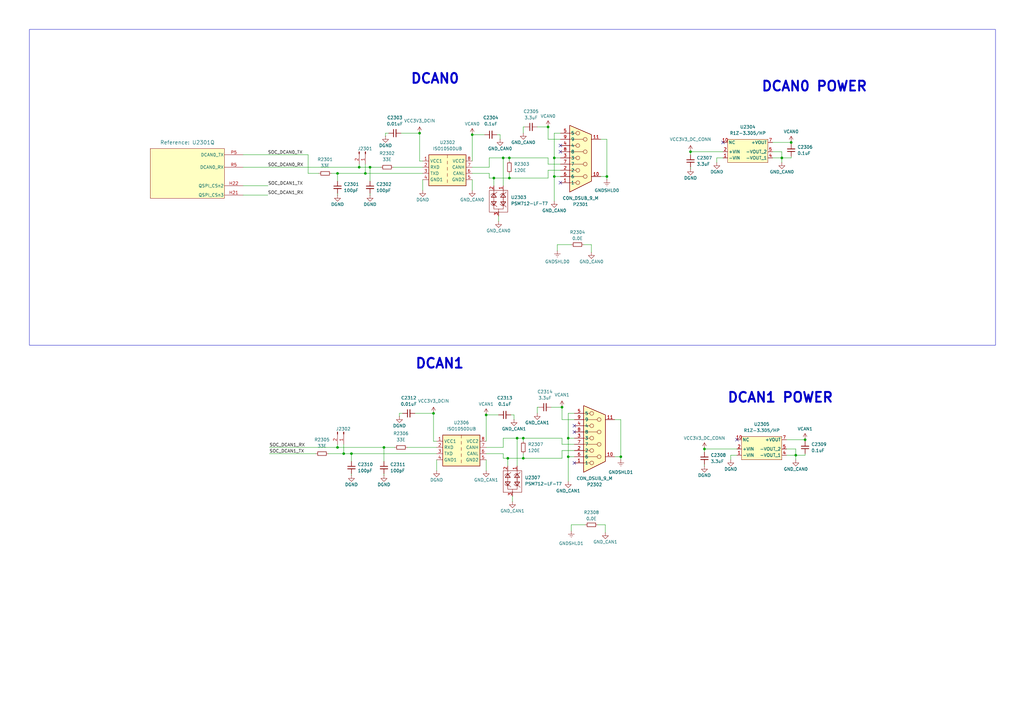
<source format=kicad_sch>
(kicad_sch (version 20250114) (generator "eeschema") (generator_version "9.0")
  (paper "A3")
  (title_block (title "Barre de son (base saine)") (date "2025-05-16") (rev "1.0") (company "NDH"))
  (lib_symbols
    (symbol "Connector:Conn_01x02_Pin" (pin_names (offset 1.016) (hide yes))
      (property "Reference" "J" (at 0 2.54 0))
      (property "Value" "Conn_01x02_Pin" (at 0 -5.08 0))
      (symbol "Conn_01x02_Pin_1_1"
        (pin passive line (at 5.08 0 180) (length 3.81) (name "Pin_1") (number "1"))
        (pin passive line (at 5.08 -2.54 180) (length 3.81) (name "Pin_2") (number "2"))
      )
    )
    (symbol "Device:C_Small" (pin_numbers (hide yes)) (pin_names (offset 0.254) (hide yes))
      (property "Reference" "C" (at 0.254 1.778 0))
      (property "Value" "C_Small" (at 0.254 -2.032 0))
      (symbol "C_Small_1_1"
        (pin passive line (at 0 2.54 270) (length 2.032) (name "~") (number "1"))
        (pin passive line (at 0 -2.54 90) (length 2.032) (name "~") (number "2"))
      )
    )
    (symbol "Device:R_Small" (pin_numbers (hide yes)) (pin_names (offset 0.254) (hide yes))
      (property "Reference" "R" (at 0.762 0.508 0))
      (property "Value" "R_Small" (at 0.762 -1.016 0))
      (symbol "R_Small_1_1"
        (pin passive line (at 0 2.54 270) (length 0.762) (name "~") (number "1"))
        (pin passive line (at 0 -2.54 90) (length 0.762) (name "~") (number "2"))
      )
    )
    (symbol "Interface_CAN_LIN:ISO1050DUB"
      (property "Reference" "U" (at -6.35 6.35 0))
      (property "Value" "ISO1050DUB" (at 2.54 6.35 0))
      (symbol "ISO1050DUB_1_1"
        (pin power_in line (at -10.16 2.54 0) (length 2.54) (name "VCC1") (number "1"))
        (pin output line (at -10.16 0 0) (length 2.54) (name "RXD") (number "2"))
        (pin input line (at -10.16 -2.54 0) (length 2.54) (name "TXD") (number "3"))
        (pin power_in line (at -10.16 -5.08 0) (length 2.54) (name "GND1") (number "4"))
        (pin power_in line (at 10.16 2.54 180) (length 2.54) (name "VCC2") (number "8"))
        (pin bidirectional line (at 10.16 0 180) (length 2.54) (name "CANH") (number "7"))
        (pin bidirectional line (at 10.16 -2.54 180) (length 2.54) (name "CANL") (number "6"))
        (pin power_in line (at 10.16 -5.08 180) (length 2.54) (name "GND2") (number "5"))
      )
    )
    (symbol "Libglobal:66AK2G12ABY100" (pin_names (offset 0.254))
      (property "Reference" "U" (at -46.228 -50.8 0) (show_name))
      (symbol "66AK2G12ABY100_1_1"
        (pin bidirectional line (at -68.58 110.49 0) (length 7.62) (name "DDR3_DQS0_P") (number "AD1"))
        (pin bidirectional line (at -68.58 107.95 0) (length 7.62) (name "DDR3_DQS0_N") (number "AE2"))
        (pin bidirectional line (at -68.58 102.87 0) (length 7.62) (name "DDR3_DQS1_P") (number "AD4"))
        (pin bidirectional line (at -68.58 100.33 0) (length 7.62) (name "DDR3_DQS1_N") (number "AE4"))
        (pin bidirectional line (at -68.58 95.25 0) (length 7.62) (name "DDR3_DQS2_P") (number "AE6"))
        (pin bidirectional line (at -68.58 92.71 0) (length 7.62) (name "DDR3_DQS2_N") (number "AD6"))
        (pin bidirectional line (at -68.58 87.63 0) (length 7.62) (name "DDR3_DQS3_P") (number "AE9"))
        (pin bidirectional line (at -68.58 85.09 0) (length 7.62) (name "DDR3_DQS3_N") (number "AD9"))
        (pin bidirectional line (at -68.58 80.01 0) (length 7.62) (name "DDR3_CBDQS_P") (number "AE12"))
        (pin bidirectional line (at -68.58 77.47 0) (length 7.62) (name "DDR3_CBDQS_N") (number "AD12"))
        (pin tri_state line (at -68.58 72.39 0) (length 7.62) (name "DDR3_DQM0") (number "AB4"))
        (pin tri_state line (at -68.58 69.85 0) (length 7.62) (name "DDR3_DQM1") (number "AA5"))
        (pin tri_state line (at -68.58 67.31 0) (length 7.62) (name "DDR3_DQM2") (number "AC8"))
        (pin tri_state line (at -68.58 64.77 0) (length 7.62) (name "DDR3_DQM3") (number "AA9"))
        (pin bidirectional line (at -68.58 58.42 0) (length 7.62) (name "DDR3_CBDQM") (number "Y11"))
        (pin tri_state line (at -68.58 50.8 0) (length 7.62) (name "DDR3_ODT0") (number "AA13"))
        (pin bidirectional line (at -68.58 48.26 0) (length 7.62) (name "DDR3_ODT1") (number "Y12"))
        (pin bidirectional line (at -68.58 41.91 0) (length 7.62) (name "DDR3_CB00") (number "AA11"))
        (pin bidirectional line (at -68.58 39.37 0) (length 7.62) (name "DDR3_CB01") (number "AB11"))
        (pin bidirectional line (at -68.58 36.83 0) (length 7.62) (name "DDR3_CB02") (number "AC11"))
        (pin bidirectional line (at -68.58 34.29 0) (length 7.62) (name "DDR3_CB03") (number "AC12"))
        (pin tri_state line (at -68.58 27.94 0) (length 7.62) (name "DDR3_CKE0") (number "AB18"))
        (pin bidirectional line (at -68.58 25.4 0) (length 7.62) (name "DDR3_CKE1") (number "AC18"))
        (pin tri_state line (at -68.58 19.05 0) (length 7.62) (name "DDR3_CEn0") (number "AD13"))
        (pin bidirectional line (at -68.58 16.51 0) (length 7.62) (name "DDR3_CEn1") (number "AB12"))
        (pin tri_state line (at -68.58 10.16 0) (length 7.62) (name "DDR_CLK_N") (number "AD24"))
        (pin tri_state line (at -68.58 7.62 0) (length 7.62) (name "DDR_CLK_P") (number "AE24"))
        (pin tri_state line (at -68.58 1.27 0) (length 7.62) (name "DDR3_CLKOUT_P0") (number "AE15"))
        (pin tri_state line (at -68.58 -1.27 0) (length 7.62) (name "DDR3_CLKOUT_N0") (number "AD15"))
        (pin tri_state line (at -68.58 -7.62 0) (length 7.62) (name "DDR3_CLKOUT_P1") (number "AE16"))
        (pin tri_state line (at -68.58 -10.16 0) (length 7.62) (name "DDR3_CLKOUT_N1") (number "AD16"))
        (pin unspecified line (at -68.58 -16.51 0) (length 7.62) (name "DDR3_RZQ0") (number "W12"))
        (pin unspecified line (at -68.58 -19.05 0) (length 7.62) (name "DDR3_RZQ1") (number "V9"))
        (pin tri_state line (at -68.58 -25.4 0) (length 7.62) (name "DDR3_CASn") (number "AC13"))
        (pin tri_state line (at -68.58 -27.94 0) (length 7.62) (name "DDR3_RASn") (number "AE13"))
        (pin tri_state line (at -68.58 -34.29 0) (length 7.62) (name "DDR3_WEn") (number "Y13"))
        (pin tri_state line (at -68.58 -40.64 0) (length 7.62) (name "DDR3_RESETn") (number "Y18"))
        (pin tri_state line (at 2.54 110.49 180) (length 7.62) (name "DDR3_A00") (number "AC15"))
        (pin tri_state line (at 2.54 107.95 180) (length 7.62) (name "DDR3_A01") (number "Y15"))
        (pin tri_state line (at 2.54 105.41 180) (length 7.62) (name "DDR3_A02") (number "AC16"))
        (pin tri_state line (at 2.54 102.87 180) (length 7.62) (name "DDR3_A03") (number "AA15"))
        (pin tri_state line (at 2.54 100.33 180) (length 7.62) (name "DDR3_A04") (number "AB16"))
        (pin tri_state line (at 2.54 97.79 180) (length 7.62) (name "DDR3_A05") (number "AE17"))
        (pin tri_state line (at 2.54 95.25 180) (length 7.62) (name "DDR3_A06") (number "AC14"))
        (pin tri_state line (at 2.54 92.71 180) (length 7.62) (name "DDR3_A07") (number "AB15"))
        (pin tri_state line (at 2.54 90.17 180) (length 7.62) (name "DDR3_A08") (number "AC17"))
        (pin tri_state line (at 2.54 87.63 180) (length 7.62) (name "DDR3_A09") (number "AB17"))
        (pin tri_state line (at 2.54 85.09 180) (length 7.62) (name "DDR3_A10") (number "AB14"))
        (pin tri_state line (at 2.54 82.55 180) (length 7.62) (name "DDR3_A11") (number "AA16"))
        (pin tri_state line (at 2.54 80.01 180) (length 7.62) (name "DDR3_A12") (number "AA17"))
        (pin tri_state line (at 2.54 77.47 180) (length 7.62) (name "DDR3_A13") (number "AA12"))
        (pin tri_state line (at 2.54 74.93 180) (length 7.62) (name "DDR3_A14") (number "Y17"))
        (pin tri_state line (at 2.54 72.39 180) (length 7.62) (name "DDR3_A15") (number "Y16"))
        (pin tri_state line (at 2.54 66.04 180) (length 7.62) (name "DDR3_BA0") (number "AA14"))
        (pin tri_state line (at 2.54 62.23 180) (length 7.62) (name "DDR3_BA1") (number "AB13"))
        (pin tri_state line (at 2.54 58.42 180) (length 7.62) (name "DDR3_BA2") (number "AD17"))
        (pin bidirectional line (at 2.54 52.07 180) (length 7.62) (name "DDR3_D00") (number "AD2"))
        (pin bidirectional line (at 2.54 49.53 180) (length 7.62) (name "DDR3_D01") (number "Y4"))
        (pin bidirectional line (at 2.54 46.99 180) (length 7.62) (name "DDR3_D02") (number "AC3"))
        (pin bidirectional line (at 2.54 44.45 180) (length 7.62) (name "DDR3_D03") (number "AC2"))
        (pin bidirectional line (at 2.54 41.91 180) (length 7.62) (name "DDR3_D04") (number "AE3"))
        (pin bidirectional line (at 2.54 39.37 180) (length 7.62) (name "DDR3_D05") (number "AA4"))
        (pin bidirectional line (at 2.54 36.83 180) (length 7.62) (name "DDR3_D06") (number "AD3"))
        (pin bidirectional line (at 2.54 34.29 180) (length 7.62) (name "DDR3_D07") (number "AB3"))
        (pin bidirectional line (at 2.54 29.21 180) (length 7.62) (name "DDR3_D08") (number "AA6"))
        (pin bidirectional line (at 2.54 26.67 180) (length 7.62) (name "DDR3_D09") (number "Y7"))
        (pin bidirectional line (at 2.54 24.13 180) (length 7.62) (name "DDR3_D10") (number "Y6"))
        (pin bidirectional line (at 2.54 21.59 180) (length 7.62) (name "DDR3_D11") (number "AC5"))
        (pin bidirectional line (at 2.54 19.05 180) (length 7.62) (name "DDR3_D12") (number "AB6"))
        (pin bidirectional line (at 2.54 16.51 180) (length 7.62) (name "DDR3_D13") (number "Y5"))
        (pin bidirectional line (at 2.54 13.97 180) (length 7.62) (name "DDR3_D14") (number "AC4"))
        (pin bidirectional line (at 2.54 11.43 180) (length 7.62) (name "DDR3_D15") (number "AB5"))
        (pin bidirectional line (at 2.54 6.35 180) (length 7.62) (name "DDR3_D16") (number "AB7"))
        (pin bidirectional line (at 2.54 3.81 180) (length 7.62) (name "DDR3_D17") (number "AB8"))
        (pin bidirectional line (at 2.54 1.27 180) (length 7.62) (name "DDR3_D18") (number "AC7"))
        (pin bidirectional line (at 2.54 -1.27 180) (length 7.62) (name "DDR3_D19") (number "AA7"))
        (pin bidirectional line (at 2.54 -3.81 180) (length 7.62) (name "DDR3_D20") (number "AA8"))
        (pin bidirectional line (at 2.54 -6.35 180) (length 7.62) (name "DDR3_D21") (number "AC6"))
        (pin bidirectional line (at 2.54 -8.89 180) (length 7.62) (name "DDR3_D22") (number "AE7"))
        (pin bidirectional line (at 2.54 -11.43 180) (length 7.62) (name "DDR3_D23") (number "AD7"))
        (pin bidirectional line (at 2.54 -16.51 180) (length 7.62) (name "DDR3_D24") (number "AA10"))
        (pin bidirectional line (at 2.54 -19.05 180) (length 7.62) (name "DDR3_D25") (number "AE10"))
        (pin bidirectional line (at 2.54 -21.59 180) (length 7.62) (name "DDR3_D26") (number "AD10"))
        (pin bidirectional line (at 2.54 -24.13 180) (length 7.62) (name "DDR3_D27") (number "AC10"))
        (pin bidirectional line (at 2.54 -26.67 180) (length 7.62) (name "DDR3_D28") (number "AC9"))
        (pin bidirectional line (at 2.54 -29.21 180) (length 7.62) (name "DDR3_D29") (number "AB10"))
        (pin bidirectional line (at 2.54 -31.75 180) (length 7.62) (name "DDR3_D30") (number "AB9"))
        (pin bidirectional line (at 2.54 -34.29 180) (length 7.62) (name "DDR3_D31") (number "Y8"))
      )
      (symbol "66AK2G12ABY100_2_1"
        (pin bidirectional line (at -6.35 44.45 180) (length 7.62) (name "DSS_DATA0") (number "V22"))
        (pin bidirectional line (at -6.35 41.91 180) (length 7.62) (name "DSS_DATA1") (number "U21"))
        (pin bidirectional line (at -6.35 39.37 180) (length 7.62) (name "DSS_DATA2") (number "W22"))
        (pin bidirectional line (at -6.35 36.83 180) (length 7.62) (name "DSS_DATA3") (number "V23"))
        (pin bidirectional line (at -6.35 34.29 180) (length 7.62) (name "DSS_DATA4") (number "U23"))
        (pin bidirectional line (at -6.35 31.75 180) (length 7.62) (name "DSS_DATA5") (number "V24"))
        (pin bidirectional line (at -6.35 29.21 180) (length 7.62) (name "DSS_DATA6") (number "T21"))
        (pin bidirectional line (at -6.35 26.67 180) (length 7.62) (name "DSS_DATA7") (number "U22"))
        (pin bidirectional line (at -6.35 24.13 180) (length 7.62) (name "DSS_DATA8") (number "T22"))
        (pin bidirectional line (at -6.35 21.59 180) (length 7.62) (name "DSS_DATA9") (number "R21"))
        (pin bidirectional line (at -6.35 19.05 180) (length 7.62) (name "DSS_DATA10") (number "U24"))
        (pin bidirectional line (at -6.35 16.51 180) (length 7.62) (name "DSS_DATA11") (number "V25"))
        (pin bidirectional line (at -6.35 13.97 180) (length 7.62) (name "DSS_DATA12") (number "T24"))
        (pin bidirectional line (at -6.35 11.43 180) (length 7.62) (name "DSS_DATA13") (number "P21"))
        (pin bidirectional line (at -6.35 8.89 180) (length 7.62) (name "DSS_DATA14") (number "U25"))
        (pin bidirectional line (at -6.35 6.35 180) (length 7.62) (name "DSS_DATA15") (number "R22"))
        (pin bidirectional line (at -6.35 3.81 180) (length 7.62) (name "DSS_DATA16") (number "P23"))
        (pin bidirectional line (at -6.35 1.27 180) (length 7.62) (name "DSS_DATA17") (number "R24"))
        (pin bidirectional line (at -6.35 -1.27 180) (length 7.62) (name "DSS_DATA18") (number "N22"))
        (pin bidirectional line (at -6.35 -3.81 180) (length 7.62) (name "DSS_DATA19") (number "T25"))
        (pin bidirectional line (at -6.35 -6.35 180) (length 7.62) (name "DSS_DATA20") (number "N24"))
        (pin bidirectional line (at -6.35 -8.89 180) (length 7.62) (name "DSS_DATA21") (number "P24"))
        (pin bidirectional line (at -6.35 -11.43 180) (length 7.62) (name "DSS_DATA22") (number "P25"))
        (pin bidirectional line (at -6.35 -13.97 180) (length 7.62) (name "DSS_DATA23") (number "N23"))
        (pin bidirectional line (at -6.35 -20.32 180) (length 7.62) (name "DSS_VSYNC") (number "R25"))
        (pin bidirectional line (at -6.35 -24.13 180) (length 7.62) (name "DSS_HSYNC") (number "P22"))
        (pin bidirectional line (at -6.35 -27.94 180) (length 7.62) (name "DSS_PCLK") (number "N25"))
        (pin bidirectional line (at -6.35 -31.75 180) (length 7.62) (name "DSS_FID") (number "L25"))
        (pin bidirectional line (at -6.35 -35.56 180) (length 7.62) (name "DSS_DE") (number "M25"))
        (pin bidirectional line (at -6.35 -41.91 180) (length 7.62) (name "PR1_MDIO_DATA") (number "E18"))
      )
      (symbol "66AK2G12ABY100_3_1"
        (pin bidirectional line (at 1.27 71.12 180) (length 7.62) (name "PR1_PRU1_GPO0/PR1_PRU1_GPI0/GPIO1_26") (number "A14"))
        (pin bidirectional line (at 1.27 66.04 180) (length 7.62) (name "PR1_PRU1_GPO1/PR1_PRU1_GPI1/GPIO1_27") (number "B14"))
        (pin bidirectional line (at 1.27 60.96 180) (length 7.62) (name "PR1_PRU1_GPO2/PR1_PRU1_GPI2/GPIO1_28") (number "C14"))
        (pin bidirectional line (at 1.27 55.88 180) (length 7.62) (name "PR1_PRU1_GPO3/PR1_PRU1_GPI3/GPIO1_29") (number "E14"))
        (pin bidirectional line (at 1.27 50.8 180) (length 7.62) (name "PR1_PRU1_GPO4/PR1_PRU1_GPI4/GPIO1_30") (number "D14"))
        (pin bidirectional line (at 1.27 45.72 180) (length 7.62) (name "PR1_PRU1_GPO5/PR1_PRU1_GPI5/GPIO1_31") (number "A15"))
        (pin bidirectional line (at 1.27 40.64 180) (length 7.62) (name "PR1_PRU1_GPO6/PR1_PRU1_GPI6/GPIO1_32") (number "F14"))
        (pin bidirectional line (at 1.27 35.56 180) (length 7.62) (name "PR1_PRU1_GPO7/PR1_PRU1_GPI7/GPIO1_33") (number "B15"))
        (pin bidirectional line (at 1.27 30.48 180) (length 7.62) (name "PR1_PRU1_GPO8/PR1_PRU1_GPI8/GPIO1_34") (number "C15"))
        (pin bidirectional line (at 1.27 25.4 180) (length 7.62) (name "PR1_PRU1_GPO15/PR1_PRU1_GPI15/GPIO1_41") (number "C18"))
        (pin bidirectional line (at 1.27 19.05 180) (length 7.62) (name "PR1_PRU1_GPO16/PR1_PRU1_GPI16/GPIO1_42") (number "D16"))
        (pin bidirectional line (at 1.27 8.89 180) (length 7.62) (name "GPMC_BEn1/GPIO0_21") (number "AB24"))
        (pin bidirectional line (at 1.27 3.81 180) (length 7.62) (name "GPMC_CLK/GPIO0_16") (number "AB23"))
        (pin bidirectional line (at 1.27 -5.08 180) (length 7.62) (name "MII_RXER/RMII_RXER/GPIO0_82") (number "F23"))
        (pin bidirectional line (at 1.27 -11.43 180) (length 7.62) (name "MII_COL/GPIO0_83") (number "B25"))
        (pin bidirectional line (at 1.27 -17.78 180) (length 7.62) (name "MII_CRS/RMII_CRS_DV/GPIO0_84") (number "G22"))
        (pin bidirectional line (at 1.27 -29.21 180) (length 7.62) (name "SPI3_SCSn1/PR0_UART0_RXD/GPIO0_87") (number "E25"))
        (pin bidirectional line (at 1.27 -36.83 180) (length 7.62) (name "SPI1_SCSn1/GPIO0_100") (number "N3"))
      )
      (symbol "66AK2G12ABY100_4_1"
        (pin bidirectional line (at -15.24 -25.4 180) (length 7.62) (name "SPI0_SOMI") (number "M1"))
        (pin bidirectional line (at -15.24 -30.48 180) (length 7.62) (name "SPI0_SIMO") (number "N4"))
        (pin bidirectional line (at -15.24 -35.56 180) (length 7.62) (name "SPI0_CLK") (number "M2"))
        (pin bidirectional line (at -15.24 -40.64 180) (length 7.62) (name "SPI0_SCSn0") (number "M3"))
        (pin bidirectional line (at -15.24 -45.72 180) (length 7.62) (name "SPI0_SCSn1") (number "M4"))
      )
      (symbol "66AK2G12ABY100_5_1"
        (pin bidirectional line (at -7.62 31.75 180) (length 7.62) (name "GPMC_AD0") (number "AC21"))
        (pin bidirectional line (at -7.62 29.21 180) (length 7.62) (name "GPMC_AD1") (number "AE20"))
        (pin bidirectional line (at -7.62 26.67 180) (length 7.62) (name "GPMC_AD2") (number "AD22"))
        (pin bidirectional line (at -7.62 24.13 180) (length 7.62) (name "GPMC_AD3") (number "AD20"))
        (pin bidirectional line (at -7.62 21.59 180) (length 7.62) (name "GPMC_AD4") (number "AE21"))
        (pin bidirectional line (at -7.62 19.05 180) (length 7.62) (name "GPMC_AD5") (number "AE22"))
        (pin bidirectional line (at -7.62 16.51 180) (length 7.62) (name "GPMC_AD6") (number "AC20"))
        (pin bidirectional line (at -7.62 13.97 180) (length 7.62) (name "GPMC_AD7") (number "AD21"))
        (pin bidirectional line (at -7.62 11.43 180) (length 7.62) (name "GPMC_AD8") (number "AE23"))
        (pin bidirectional line (at -7.62 8.89 180) (length 7.62) (name "GPMC_AD9") (number "AB20"))
        (pin bidirectional line (at -7.62 6.35 180) (length 7.62) (name "GPMC_AD10") (number "AA20"))
        (pin bidirectional line (at -7.62 3.81 180) (length 7.62) (name "GPMC_AD11") (number "AD23"))
        (pin bidirectional line (at -7.62 1.27 180) (length 7.62) (name "GPMC_AD12") (number "AA21"))
        (pin bidirectional line (at -7.62 -1.27 180) (length 7.62) (name "GPMC_AD13") (number "AB21"))
        (pin bidirectional line (at -7.62 -3.81 180) (length 7.62) (name "GPMC_AD14") (number "AB22"))
        (pin bidirectional line (at -7.62 -6.35 180) (length 7.62) (name "GPMC_AD15") (number "AA22"))
        (pin bidirectional line (at -7.62 -16.51 180) (length 7.62) (name "GPMC_ADVn_ALE") (number "AC23"))
        (pin bidirectional line (at -7.62 -19.05 180) (length 7.62) (name "GPMC_OEn_REn") (number "AC22"))
        (pin bidirectional line (at -7.62 -21.59 180) (length 7.62) (name "GPMC_WEn") (number "Y22"))
        (pin bidirectional line (at -7.62 -24.13 180) (length 7.62) (name "GPMC_BEn0_CLE") (number "AC24"))
        (pin bidirectional line (at -7.62 -26.67 180) (length 7.62) (name "GPMC_WAIT0") (number "Y24"))
        (pin bidirectional line (at -7.62 -36.83 180) (length 7.62) (name "GPMC_WPn") (number "W25"))
        (pin bidirectional line (at -7.62 -43.18 180) (length 7.62) (name "GPMC_CSn0") (number "AB25"))
      )
      (symbol "66AK2G12ABY100_6_1"
        (pin bidirectional line (at -11.43 8.89 180) (length 7.62) (name "MMC1_DAT0") (number "H3"))
        (pin bidirectional line (at -11.43 3.81 180) (length 7.62) (name "MMC1_DAT1") (number "F5"))
        (pin bidirectional line (at -11.43 -1.27 180) (length 7.62) (name "MMC1_DAT2") (number "J5"))
        (pin bidirectional line (at -11.43 -6.35 180) (length 7.62) (name "MMC1_DAT3") (number "H4"))
        (pin bidirectional line (at -11.43 -11.43 180) (length 7.62) (name "MMC1_DAT4") (number "E3"))
        (pin bidirectional line (at -11.43 -13.97 180) (length 7.62) (name "MMC1_DAT5") (number "G4"))
        (pin bidirectional line (at -11.43 -16.51 180) (length 7.62) (name "MMC1_DAT6") (number "F4"))
        (pin bidirectional line (at -11.43 -19.05 180) (length 7.62) (name "MMC1_DAT7") (number "G5"))
        (pin bidirectional line (at -11.43 -24.13 180) (length 7.62) (name "MMC1_CLK") (number "J4"))
        (pin bidirectional line (at -11.43 -29.21 180) (length 7.62) (name "MMC1_CMD") (number "J2"))
        (pin bidirectional line (at -11.43 -34.29 180) (length 7.62) (name "MMC1_POW") (number "K2"))
        (pin bidirectional line (at -11.43 -36.83 180) (length 7.62) (name "MMC1_SDCD") (number "J3"))
        (pin bidirectional line (at -11.43 -43.18 180) (length 7.62) (name "MMC1_SDWP") (number "K3"))
      )
      (symbol "66AK2G12ABY100_7_1"
        (pin bidirectional line (at -13.97 29.21 180) (length 7.62) (name "MII_TXD0") (number "G23"))
        (pin bidirectional line (at -13.97 24.13 180) (length 7.62) (name "MII_TXD1") (number "G24"))
        (pin bidirectional line (at -13.97 19.05 180) (length 7.62) (name "MII_TXD2") (number "G25"))
        (pin bidirectional line (at -13.97 13.97 180) (length 7.62) (name "MII_TXD3") (number "D25"))
        (pin bidirectional line (at -13.97 6.35 180) (length 7.62) (name "MII_TXCLK") (number "C25"))
        (pin bidirectional line (at -13.97 1.27 180) (length 7.62) (name "MII_TXEN") (number "H25"))
        (pin bidirectional line (at -13.97 -6.35 180) (length 7.62) (name "MDIO_CLK") (number "U3"))
        (pin bidirectional line (at -13.97 -10.16 180) (length 7.62) (name "MDIO_DATA") (number "V3"))
        (pin bidirectional line (at -13.97 -17.78 180) (length 7.62) (name "MII_RXCLK") (number "A22"))
        (pin bidirectional line (at -13.97 -22.86 180) (length 7.62) (name "MII_RXDV") (number "A24"))
        (pin bidirectional line (at -13.97 -30.48 180) (length 7.62) (name "MII_RXD0") (number "B24"))
        (pin bidirectional line (at -13.97 -35.56 180) (length 7.62) (name "MII_RXD1") (number "C23"))
        (pin bidirectional line (at -13.97 -40.64 180) (length 7.62) (name "MII_RXD2") (number "B23"))
        (pin bidirectional line (at -13.97 -45.72 180) (length 7.62) (name "MII_RXD3") (number "F22"))
      )
      (symbol "66AK2G12ABY100_8_1"
        (pin input line (at -10.16 -5.08 180) (length 7.62) (name "NMIn") (number "W1"))
        (pin input line (at -10.16 -10.16 180) (length 7.62) (name "PORn") (number "AA3"))
        (pin input line (at -10.16 -15.24 180) (length 7.62) (name "LRESETNMIENn") (number "V1"))
        (pin input line (at -10.16 -20.32 180) (length 7.62) (name "LRESETn") (number "V2"))
        (pin input line (at -10.16 -25.4 180) (length 7.62) (name "RESETn") (number "W3"))
        (pin input line (at -10.16 -30.48 180) (length 7.62) (name "RESETFULLn") (number "W2"))
        (pin output line (at -10.16 -38.1 180) (length 7.62) (name "RESETSTATn") (number "Y2"))
        (pin tri_state line (at -10.16 -45.72 180) (length 7.62) (name "BOOTCOMPLETE") (number "Y3"))
      )
      (symbol "66AK2G12ABY100_9_1"
        (pin input line (at -69.85 8.89 0) (length 7.62) (name "AUDOSC_IN") (number "C17"))
        (pin output line (at -69.85 3.81 0) (length 7.62) (name "AUDOSC_OUT") (number "A17"))
        (pin power_in line (at -69.85 -1.27 0) (length 7.62) (name "VSS_OSC_AUDIO") (number "B17"))
        (pin output line (at -69.85 -12.7 0) (length 7.62) (name "USB1_XO") (number "C20"))
        (pin output line (at -69.85 -17.78 0) (length 7.62) (name "USB0_XO") (number "D19"))
        (pin tri_state line (at -69.85 -26.67 0) (length 7.62) (name "OBSPLL_LOCK") (number "N5"))
        (pin output line (at -69.85 -30.48 0) (length 7.62) (name "OBSCLK_P") (number "K1"))
        (pin output line (at -69.85 -34.29 0) (length 7.62) (name "OBSCLK_N") (number "L1"))
        (pin output line (at -69.85 -44.45 0) (length 7.62) (name "RMII_REFCLK/PR0_eCAP0_eCAP_SYNCOUT") (number "D24"))
        (pin input line (at 6.35 8.89 180) (length 7.62) (name "SYSOSC_IN") (number "AC19"))
        (pin output line (at 6.35 3.81 180) (length 7.62) (name "SYSOSC_OUT") (number "AE19"))
        (pin power_in line (at 6.35 -1.27 180) (length 7.62) (name "VSS_OSC_SYS") (number "AD19"))
        (pin input line (at 6.35 -10.16 180) (length 7.62) (name "SYSCLK_P") (number "AD25"))
        (pin input line (at 6.35 -15.24 180) (length 7.62) (name "SYSCLK_N") (number "AC25"))
        (pin input line (at 6.35 -24.13 180) (length 7.62) (name "SYSCLKSEL") (number "R1"))
        (pin tri_state line (at 6.35 -30.48 180) (length 7.62) (name "SYSCLKOUT") (number "M21"))
        (pin input line (at 6.35 -39.37 180) (length 7.62) (name "CPTS_REFCLK_P") (number "K21"))
        (pin input line (at 6.35 -44.45 180) (length 7.62) (name "CPTS_REFCLK_N") (number "L21"))
      )
      (symbol "66AK2G12ABY100_10_1"
        (pin input line (at -17.78 -17.78 180) (length 7.62) (name "TDI") (number "L5"))
        (pin tri_state line (at -17.78 -21.59 180) (length 7.62) (name "TDO") (number "K5"))
        (pin input line (at -17.78 -25.4 180) (length 7.62) (name "TCK") (number "L3"))
        (pin input line (at -17.78 -29.21 180) (length 7.62) (name "TMS") (number "K4"))
        (pin input line (at -17.78 -33.02 180) (length 7.62) (name "TRSTn") (number "L4"))
        (pin bidirectional line (at -17.78 -39.37 180) (length 7.62) (name "EMU00") (number "M22"))
        (pin bidirectional line (at -17.78 -45.72 180) (length 7.62) (name "EMU01") (number "L22"))
      )
      (symbol "66AK2G12ABY100_11_1"
        (pin bidirectional line (at -10.16 5.08 180) (length 7.62) (name "MLBP_DAT_P") (number "K23"))
        (pin bidirectional line (at -10.16 0 180) (length 7.62) (name "MLBP_DAT_N") (number "K22"))
        (pin bidirectional line (at -10.16 -6.35 180) (length 7.62) (name "MLBP_SIG_P") (number "L24"))
        (pin bidirectional line (at -10.16 -11.43 180) (length 7.62) (name "MLBP_SIG_N") (number "M24"))
        (pin input line (at -10.16 -19.05 180) (length 7.62) (name "MLBP_CLK_P") (number "M23"))
        (pin input line (at -10.16 -24.13 180) (length 7.62) (name "MLBP_CLK_N") (number "L23"))
        (pin bidirectional line (at -10.16 -34.29 180) (length 7.62) (name "GPMC_WAIT1") (number "AA24"))
        (pin bidirectional line (at -10.16 -39.37 180) (length 7.62) (name "GPMC_DIR") (number "AA25"))
        (pin bidirectional line (at -10.16 -44.45 180) (length 7.62) (name "GPMC_CSn1") (number "W24"))
      )
      (symbol "66AK2G12ABY100_12_1"
        (pin bidirectional line (at -13.97 -13.97 180) (length 7.62) (name "USB1_DP") (number "B20"))
        (pin bidirectional line (at -13.97 -17.78 180) (length 7.62) (name "USB1_DM") (number "A20"))
        (pin unspecified line (at -13.97 -25.4 180) (length 7.62) (name "USB1_ID") (number "E20"))
        (pin unspecified line (at -13.97 -30.48 180) (length 7.62) (name "USB1_VBUS") (number "A21"))
        (pin tri_state line (at -13.97 -38.1 180) (length 7.62) (name "USB1_DRVVBUS") (number "B21"))
        (pin unspecified line (at -13.97 -45.72 180) (length 7.62) (name "USB1_TXRTUNE_RKELVIN") (number "D20"))
      )
      (symbol "66AK2G12ABY100_13_1"
        (pin bidirectional line (at -16.51 -38.1 180) (length 7.62) (name "I2C0_SCL") (number "U5"))
        (pin bidirectional line (at -16.51 -45.72 180) (length 7.62) (name "I2C0_SDA") (number "W5"))
      )
      (symbol "66AK2G12ABY100_14_1"
        (pin bidirectional line (at -7.62 -7.62 180) (length 7.62) (name "QSPI_D0") (number "J23"))
        (pin bidirectional line (at -7.62 -11.43 180) (length 7.62) (name "QSPI_D1") (number "J22"))
        (pin bidirectional line (at -7.62 -15.24 180) (length 7.62) (name "QSPI_D2") (number "J21"))
        (pin bidirectional line (at -7.62 -19.05 180) (length 7.62) (name "QSPI_D3") (number "J24"))
        (pin bidirectional line (at -7.62 -25.4 180) (length 7.62) (name "QSPI_CSn0") (number "J25"))
        (pin bidirectional line (at -7.62 -31.75 180) (length 7.62) (name "QSPI_CLK") (number "K25"))
        (pin bidirectional line (at -7.62 -38.1 180) (length 7.62) (name "QSPI_RCLK") (number "K24"))
        (pin bidirectional line (at -7.62 -45.72 180) (length 7.62) (name "QSPI_CSn1") (number "H23"))
      )
      (symbol "66AK2G12ABY100_15_1"
        (pin tri_state line (at -15.24 -34.29 180) (length 7.62) (name "UART0_TXD") (number "T1"))
        (pin input line (at -15.24 -38.1 180) (length 7.62) (name "UART0_RXD") (number "T4"))
        (pin bidirectional line (at -15.24 -41.91 180) (length 7.62) (name "UART0_CTSn") (number "T2"))
        (pin bidirectional line (at -15.24 -45.72 180) (length 7.62) (name "UART0_RTSn") (number "U1"))
      )
      (symbol "66AK2G12ABY100_16_1"
        (pin output line (at -13.97 -6.35 180) (length 7.62) (name "PCIE_TXP0") (number "G1"))
        (pin output line (at -13.97 -11.43 180) (length 7.62) (name "PCIE_TXN0") (number "H1"))
        (pin input line (at -13.97 -19.05 180) (length 7.62) (name "PCIE_RXP0") (number "E1"))
        (pin input line (at -13.97 -24.13 180) (length 7.62) (name "PCIE_RXN0") (number "D1"))
        (pin input line (at -13.97 -31.75 180) (length 7.62) (name "PCIE_CLK_P") (number "G2"))
        (pin input line (at -13.97 -35.56 180) (length 7.62) (name "PCIE_CLK_N") (number "F2"))
        (pin unspecified line (at -13.97 -43.18 180) (length 7.62) (name "PCIE_REFRES") (number "H7"))
      )
      (symbol "66AK2G12ABY100_17_1"
        (pin bidirectional line (at -8.89 -30.48 180) (length 7.62) (name "DCAN0_TX") (number "P5"))
        (pin bidirectional line (at -8.89 -35.56 180) (length 7.62) (name "DCAN0_RX") (number "R5"))
        (pin bidirectional line (at -8.89 -43.18 180) (length 7.62) (name "QSPI_CSn2") (number "H22"))
        (pin bidirectional line (at -8.89 -46.99 180) (length 7.62) (name "QSPI_CSn3") (number "H21"))
      )
      (symbol "66AK2G12ABY100_18_1"
        (pin bidirectional line (at -6.35 3.81 180) (length 7.62) (name "eHRPWM3_A") (number "A23"))
        (pin bidirectional line (at -6.35 0 180) (length 7.62) (name "eHRPWM3_B") (number "B22"))
        (pin bidirectional line (at -6.35 -3.81 180) (length 7.62) (name "MII_TXER") (number "H24"))
        (pin bidirectional line (at -6.35 -7.62 180) (length 7.62) (name "eHRPWM3_SYNCO") (number "D23"))
        (pin bidirectional line (at -6.35 -11.43 180) (length 7.62) (name "eHRPWM3_SYNCI") (number "C22"))
        (pin bidirectional line (at -6.35 -17.78 180) (length 7.62) (name "PR1_PRU0_GPO18") (number "D12"))
        (pin bidirectional line (at -6.35 -21.59 180) (length 7.62) (name "PR1_PRU0_GPO19") (number "D13"))
        (pin bidirectional line (at -6.35 -25.4 180) (length 7.62) (name "PR1_PRU0_GPO17") (number "E13"))
        (pin bidirectional line (at -6.35 -31.75 180) (length 7.62) (name "PR1_PRU1_GPO18") (number "E17"))
        (pin bidirectional line (at -6.35 -35.56 180) (length 7.62) (name "PR1_PRU1_GPO19") (number "E16"))
        (pin bidirectional line (at -6.35 -39.37 180) (length 7.62) (name "PR1_PRU1_GPO17") (number "F16"))
        (pin bidirectional line (at -6.35 -45.72 180) (length 7.62) (name "PR1_MDIO_MDCLK") (number "D18"))
      )
      (symbol "66AK2G12ABY100_19_1"
        (pin unspecified line (at -8.89 -3.81 180) (length 7.62) (name "RSV1") (number "AA19"))
        (pin input line (at -8.89 -7.62 180) (length 7.62) (name "RSV2") (number "AB19"))
        (pin unspecified line (at -8.89 -11.43 180) (length 7.62) (name "RSV3") (number "Y20"))
        (pin unspecified line (at -8.89 -15.24 180) (length 7.62) (name "RSV4") (number "W19"))
        (pin unspecified line (at -8.89 -19.05 180) (length 7.62) (name "RSV5") (number "D2"))
        (pin input line (at -8.89 -22.86 180) (length 7.62) (name "RSV6") (number "L2"))
        (pin unspecified line (at -8.89 -26.67 180) (length 7.62) (name "RSV7") (number "G3"))
        (pin unspecified line (at -8.89 -30.48 180) (length 7.62) (name "RSV8") (number "F18"))
        (pin unspecified line (at -8.89 -34.29 180) (length 7.62) (name "RSV9") (number "H2"))
        (pin tri_state line (at -8.89 -38.1 180) (length 7.62) (name "RSV10") (number "AA18"))
        (pin tri_state line (at -8.89 -41.91 180) (length 7.62) (name "RSV11") (number "Y19"))
        (pin unspecified line (at -8.89 -45.72 180) (length 7.62) (name "RSV12") (number "Y14"))
      )
      (symbol "66AK2G12ABY100_20_1"
        (pin power_in line (at -57.15 46.99 0) (length 7.62) (name "CVDD") (number "N14"))
        (pin power_in line (at -57.15 43.18 0) (length 7.62) (name "CVDD") (number "N12"))
        (pin power_in line (at -57.15 39.37 0) (length 7.62) (name "CVDD") (number "N10"))
        (pin power_in line (at -57.15 35.56 0) (length 7.62) (name "CVDD") (number "M17"))
        (pin power_in line (at -57.15 31.75 0) (length 7.62) (name "CVDD") (number "M15"))
        (pin power_in line (at -57.15 27.94 0) (length 7.62) (name "CVDD") (number "M13"))
        (pin power_in line (at -57.15 24.13 0) (length 7.62) (name "CVDD") (number "M11"))
        (pin power_in line (at -57.15 20.32 0) (length 7.62) (name "CVDD") (number "M9"))
        (pin power_in line (at -57.15 16.51 0) (length 7.62) (name "CVDD") (number "L18"))
        (pin power_in line (at -57.15 12.7 0) (length 7.62) (name "CVDD") (number "L16"))
        (pin power_in line (at -57.15 8.89 0) (length 7.62) (name "CVDD") (number "L14"))
        (pin power_in line (at -57.15 5.08 0) (length 7.62) (name "CVDD") (number "L12"))
        (pin power_in line (at -57.15 1.27 0) (length 7.62) (name "CVDD") (number "L10"))
        (pin power_in line (at -57.15 -2.54 0) (length 7.62) (name "CVDD") (number "K17"))
        (pin power_in line (at -57.15 -6.35 0) (length 7.62) (name "CVDD") (number "K15"))
        (pin power_in line (at -57.15 -10.16 0) (length 7.62) (name "CVDD") (number "K13"))
        (pin power_in line (at -57.15 -13.97 0) (length 7.62) (name "CVDD") (number "K11"))
        (pin power_in line (at -57.15 -17.78 0) (length 7.62) (name "CVDD") (number "K9"))
        (pin power_in line (at -57.15 -21.59 0) (length 7.62) (name "CVDD") (number "J16"))
        (pin power_in line (at -57.15 -29.21 0) (length 7.62) (name "CVDD1") (number "T13"))
        (pin power_in line (at -57.15 -33.02 0) (length 7.62) (name "CVDD1") (number "N18"))
        (pin power_in line (at -57.15 -36.83 0) (length 7.62) (name "CVDD1") (number "N8"))
        (pin power_in line (at -57.15 -40.64 0) (length 7.62) (name "CVDD1") (number "J12"))
        (pin power_in line (at -57.15 -44.45 0) (length 7.62) (name "CVDD1") (number "M5"))
        (pin power_in line (at -6.35 46.99 180) (length 7.62) (name "CVDD") (number "N16"))
        (pin power_in line (at -6.35 43.18 180) (length 7.62) (name "CVDD") (number "P9"))
        (pin power_in line (at -6.35 39.37 180) (length 7.62) (name "CVDD") (number "P11"))
        (pin power_in line (at -6.35 35.56 180) (length 7.62) (name "CVDD") (number "P13"))
        (pin power_in line (at -6.35 31.75 180) (length 7.62) (name "CVDD") (number "P15"))
        (pin power_in line (at -6.35 27.94 180) (length 7.62) (name "CVDD") (number "P17"))
        (pin power_in line (at -6.35 24.13 180) (length 7.62) (name "CVDD") (number "R8"))
        (pin power_in line (at -6.35 20.32 180) (length 7.62) (name "CVDD") (number "R10"))
        (pin power_in line (at -6.35 16.51 180) (length 7.62) (name "CVDD") (number "R12"))
        (pin power_in line (at -6.35 12.7 180) (length 7.62) (name "CVDD") (number "R14"))
        (pin power_in line (at -6.35 8.89 180) (length 7.62) (name "CVDD") (number "R16"))
        (pin power_in line (at -6.35 5.08 180) (length 7.62) (name "CVDD") (number "R18"))
        (pin power_in line (at -6.35 1.27 180) (length 7.62) (name "CVDD") (number "T9"))
        (pin power_in line (at -6.35 -2.54 180) (length 7.62) (name "CVDD") (number "T11"))
        (pin power_in line (at -6.35 -6.35 180) (length 7.62) (name "CVDD") (number "T15"))
        (pin power_in line (at -6.35 -10.16 180) (length 7.62) (name "CVDD") (number "T17"))
        (pin power_in line (at -6.35 -13.97 180) (length 7.62) (name "CVDD") (number "U16"))
        (pin power_in line (at -6.35 -17.78 180) (length 7.62) (name "CVDD") (number "J10"))
        (pin power_in line (at -6.35 -21.59 180) (length 7.62) (name "CVDD") (number "J14"))
      )
      (symbol "66AK2G12ABY100_21_1"
        (pin power_in line (at -2.54 50.8 180) (length 7.62) (name "DVDD33") (number "H9"))
        (pin power_in line (at -2.54 46.99 180) (length 7.62) (name "DVDD33") (number "AA23"))
        (pin power_in line (at -2.54 43.18 180) (length 7.62) (name "DVDD33") (number "E23"))
        (pin power_in line (at -2.54 39.37 180) (length 7.62) (name "DVDD33") (number "F21"))
        (pin power_in line (at -2.54 35.56 180) (length 7.62) (name "DVDD33") (number "G20"))
        (pin power_in line (at -2.54 31.75 180) (length 7.62) (name "DVDD33") (number "J20"))
        (pin power_in line (at -2.54 27.94 180) (length 7.62) (name "DVDD33") (number "P19"))
        (pin power_in line (at -2.54 24.13 180) (length 7.62) (name "DVDD33") (number "R20"))
        (pin power_in line (at -2.54 20.32 180) (length 7.62) (name "DVDD33") (number "T19"))
        (pin power_in line (at -2.54 16.51 180) (length 7.62) (name "DVDD33") (number "U20"))
        (pin power_in line (at -2.54 12.7 180) (length 7.62) (name "DVDD33") (number "V21"))
        (pin power_in line (at -2.54 8.89 180) (length 7.62) (name "DVDD33") (number "F7"))
        (pin power_in line (at -2.54 5.08 180) (length 7.62) (name "DVDD33") (number "F11"))
        (pin power_in line (at -2.54 1.27 180) (length 7.62) (name "DVDD33") (number "F15"))
        (pin power_in line (at -2.54 -2.54 180) (length 7.62) (name "DVDD33") (number "G12"))
        (pin power_in line (at -2.54 -6.35 180) (length 7.62) (name "DVDD33") (number "G16"))
        (pin power_in line (at -2.54 -10.16 180) (length 7.62) (name "DVDD33") (number "H11"))
        (pin power_in line (at -2.54 -13.97 180) (length 7.62) (name "DVDD33") (number "H13"))
        (pin power_in line (at -2.54 -17.78 180) (length 7.62) (name "DVDD33") (number "H15"))
        (pin power_in line (at -2.54 -21.59 180) (length 7.62) (name "DVDD33") (number "P7"))
        (pin power_in line (at -2.54 -25.4 180) (length 7.62) (name "DVDD33") (number "R6"))
        (pin power_in line (at -2.54 -29.21 180) (length 7.62) (name "DVDD33") (number "T23"))
        (pin power_in line (at -2.54 -33.02 180) (length 7.62) (name "DVDD33") (number "T7"))
        (pin power_in line (at -2.54 -40.64 180) (length 7.62) (name "DVDD33_USB") (number "H17"))
        (pin power_in line (at -2.54 -43.18 180) (length 7.62) (name "DVDD33_USB") (number "G18"))
      )
      (symbol "66AK2G12ABY100_22_1"
        (pin power_in line (at -67.31 15.24 0) (length 7.62) (name "DVDD18") (number "F17"))
        (pin power_in line (at -67.31 12.7 0) (length 7.62) (name "DVDD18") (number "L20"))
        (pin power_in line (at -67.31 10.16 0) (length 7.62) (name "DVDD18") (number "K19"))
        (pin power_in line (at -67.31 7.62 0) (length 7.62) (name "DVDD18") (number "M7"))
        (pin power_in line (at -67.31 5.08 0) (length 7.62) (name "DVDD18") (number "L6"))
        (pin power_in line (at -67.31 2.54 0) (length 7.62) (name "DVDD18") (number "W6"))
        (pin power_in line (at -67.31 0 0) (length 7.62) (name "DVDD18") (number "U6"))
        (pin power_in line (at -67.31 -2.54 0) (length 7.62) (name "DVDD18") (number "U18"))
        (pin power_in line (at -67.31 -5.08 0) (length 7.62) (name "DVDD18") (number "V19"))
        (pin power_in line (at -67.31 -7.62 0) (length 7.62) (name "DVDD18") (number "J6"))
        (pin power_in line (at -67.31 -10.16 0) (length 7.62) (name "DVDD18") (number "H5"))
        (pin power_in line (at -67.31 -13.97 0) (length 7.62) (name "DVDD18") (number "G6"))
        (pin power_in line (at -67.31 -16.51 0) (length 7.62) (name "DVDD18") (number "F19"))
        (pin power_in line (at 1.27 15.24 180) (length 7.62) (name "DVDD_DDR") (number "AD5"))
        (pin power_in line (at 1.27 12.7 180) (length 7.62) (name "DVDD_DDR") (number "AD11"))
        (pin power_in line (at 1.27 10.16 180) (length 7.62) (name "DVDD_DDR") (number "AD18"))
        (pin power_in line (at 1.27 7.62 180) (length 7.62) (name "DVDD_DDR") (number "U8"))
        (pin power_in line (at 1.27 5.08 180) (length 7.62) (name "DVDD_DDR") (number "U10"))
        (pin power_in line (at 1.27 2.54 180) (length 7.62) (name "DVDD_DDR") (number "U12"))
        (pin power_in line (at 1.27 0 180) (length 7.62) (name "DVDD_DDR") (number "U14"))
        (pin power_in line (at 1.27 -2.54 180) (length 7.62) (name "DVDD_DDR") (number "V7"))
        (pin power_in line (at 1.27 -5.08 180) (length 7.62) (name "DVDD_DDR") (number "V11"))
        (pin power_in line (at 1.27 -7.62 180) (length 7.62) (name "DVDD_DDR") (number "V13"))
        (pin power_in line (at 1.27 -10.16 180) (length 7.62) (name "DVDD_DDR") (number "V15"))
        (pin power_in line (at 1.27 -12.7 180) (length 7.62) (name "DVDD_DDR") (number "V17"))
        (pin power_in line (at 1.27 -15.24 180) (length 7.62) (name "DVDD_DDR") (number "W16"))
        (pin power_in line (at 1.27 -17.78 180) (length 7.62) (name "DVDD_DDR") (number "W18"))
        (pin power_in line (at 1.27 -20.32 180) (length 7.62) (name "DVDD_DDR") (number "AE8"))
        (pin power_in line (at 1.27 -22.86 180) (length 7.62) (name "DVDD_DDR") (number "AE14"))
        (pin unspecified line (at 1.27 -33.02 180) (length 7.62) (name "DDR3_VREFSSTL") (number "Y9"))
      )
      (symbol "66AK2G12ABY100_23_1"
        (pin power_in line (at -8.89 21.59 180) (length 7.62) (name "DVDD_DDRDLL") (number "W8"))
        (pin power_in line (at -8.89 19.05 180) (length 7.62) (name "DVDD_DDRDLL") (number "W10"))
        (pin power_in line (at -8.89 16.51 180) (length 7.62) (name "DVDD_DDRDLL") (number "W14"))
        (pin power_in line (at -8.89 10.16 180) (length 7.62) (name "AVDDA_DDRPLL") (number "W20"))
        (pin power_in line (at -8.89 6.35 180) (length 7.62) (name "AVDDA_DSSPLL") (number "N20"))
        (pin power_in line (at -8.89 2.54 180) (length 7.62) (name "AVDDA_MAINPLL") (number "M19"))
        (pin power_in line (at -8.89 -1.27 180) (length 7.62) (name "AVDDA_NSSPLL") (number "G14"))
        (pin power_in line (at -8.89 -5.08 180) (length 7.62) (name "AVDDA_UARTPLL") (number "G10"))
        (pin power_in line (at -8.89 -8.89 180) (length 7.62) (name "AVDDA_ICSSPLL") (number "G8"))
        (pin power_in line (at -8.89 -12.7 180) (length 7.62) (name "AVDDA_ARMPLL") (number "N6"))
        (pin power_in line (at -8.89 -20.32 180) (length 7.62) (name "VDDAHV") (number "K7"))
        (pin unspecified line (at -8.89 -26.67 180) (length 7.62) (name "LDO_PCIE_CAP") (number "J8"))
        (pin unspecified line (at -8.89 -29.21 180) (length 7.62) (name "LDO_PCIE_CAP") (number "L8"))
        (pin unspecified line (at -8.89 -35.56 180) (length 7.62) (name "LDO_USB_CAP") (number "J18"))
        (pin unspecified line (at -8.89 -38.1 180) (length 7.62) (name "LDO_USB_CAP") (number "H19"))
        (pin power_in line (at -8.89 -44.45 180) (length 7.62) (name "VPP1") (number "Y21"))
        (pin power_in line (at -8.89 -46.99 180) (length 7.62) (name "VPP2") (number "W21"))
      )
      (symbol "66AK2G12ABY100_24_1"
        (pin power_in line (at -20.32 73.66 0) (length 7.62) (name "VSS") (number "A1"))
        (pin power_in line (at -20.32 71.12 0) (length 7.62) (name "VSS") (number "A25"))
        (pin power_in line (at -20.32 68.58 0) (length 7.62) (name "VSS") (number "C1"))
        (pin power_in line (at -20.32 66.04 0) (length 7.62) (name "VSS") (number "E2"))
        (pin power_in line (at -20.32 63.5 0) (length 7.62) (name "VSS") (number "E22"))
        (pin power_in line (at -20.32 60.96 0) (length 7.62) (name "VSS") (number "F1"))
        (pin power_in line (at -20.32 58.42 0) (length 7.62) (name "VSS") (number "F3"))
        (pin power_in line (at -20.32 55.88 0) (length 7.62) (name "VSS") (number "F6"))
        (pin power_in line (at -20.32 53.34 0) (length 7.62) (name "VSS") (number "F8"))
        (pin power_in line (at -20.32 50.8 0) (length 7.62) (name "VSS") (number "F20"))
        (pin power_in line (at -20.32 48.26 0) (length 7.62) (name "VSS") (number "G7"))
        (pin power_in line (at -20.32 45.72 0) (length 7.62) (name "VSS") (number "G9"))
        (pin power_in line (at -20.32 43.18 0) (length 7.62) (name "VSS") (number "G11"))
        (pin power_in line (at -20.32 40.64 0) (length 7.62) (name "VSS") (number "G13"))
        (pin power_in line (at -20.32 38.1 0) (length 7.62) (name "VSS") (number "G15"))
        (pin power_in line (at -20.32 35.56 0) (length 7.62) (name "VSS") (number "G17"))
        (pin power_in line (at -20.32 33.02 0) (length 7.62) (name "VSS") (number "G19"))
        (pin power_in line (at -20.32 30.48 0) (length 7.62) (name "VSS") (number "G21"))
        (pin power_in line (at -20.32 27.94 0) (length 7.62) (name "VSS") (number "H6"))
        (pin power_in line (at -20.32 25.4 0) (length 7.62) (name "VSS") (number "H8"))
        (pin power_in line (at -20.32 22.86 0) (length 7.62) (name "VSS") (number "H10"))
        (pin power_in line (at -20.32 20.32 0) (length 7.62) (name "VSS") (number "H12"))
        (pin power_in line (at -20.32 17.78 0) (length 7.62) (name "VSS") (number "H14"))
        (pin power_in line (at -20.32 15.24 0) (length 7.62) (name "VSS") (number "H16"))
        (pin power_in line (at -20.32 12.7 0) (length 7.62) (name "VSS") (number "H18"))
        (pin power_in line (at -20.32 10.16 0) (length 7.62) (name "VSS") (number "H20"))
        (pin power_in line (at -20.32 7.62 0) (length 7.62) (name "VSS") (number "J1"))
        (pin power_in line (at -20.32 5.08 0) (length 7.62) (name "VSS") (number "J7"))
        (pin power_in line (at -20.32 2.54 0) (length 7.62) (name "VSS") (number "J9"))
        (pin power_in line (at -20.32 0 0) (length 7.62) (name "VSS") (number "J11"))
        (pin power_in line (at -20.32 -2.54 0) (length 7.62) (name "VSS") (number "J13"))
        (pin power_in line (at -20.32 -5.08 0) (length 7.62) (name "VSS") (number "J15"))
        (pin power_in line (at -20.32 -7.62 0) (length 7.62) (name "VSS") (number "J17"))
        (pin power_in line (at -20.32 -10.16 0) (length 7.62) (name "VSS") (number "J19"))
        (pin power_in line (at -20.32 -12.7 0) (length 7.62) (name "VSS") (number "K6"))
        (pin power_in line (at -20.32 -15.24 0) (length 7.62) (name "VSS") (number "K8"))
        (pin power_in line (at -20.32 -17.78 0) (length 7.62) (name "VSS") (number "K10"))
        (pin power_in line (at -20.32 -20.32 0) (length 7.62) (name "VSS") (number "K12"))
        (pin power_in line (at -20.32 -22.86 0) (length 7.62) (name "VSS") (number "K14"))
        (pin power_in line (at -20.32 -25.4 0) (length 7.62) (name "VSS") (number "K16"))
        (pin power_in line (at -20.32 -27.94 0) (length 7.62) (name "VSS") (number "K18"))
        (pin power_in line (at -20.32 -30.48 0) (length 7.62) (name "VSS") (number "K20"))
        (pin power_in line (at -20.32 -33.02 0) (length 7.62) (name "VSS") (number "L7"))
        (pin power_in line (at -20.32 -35.56 0) (length 7.62) (name "VSS") (number "L9"))
        (pin power_in line (at -20.32 -38.1 0) (length 7.62) (name "VSS") (number "L11"))
        (pin power_in line (at -20.32 -40.64 0) (length 7.62) (name "VSS") (number "L13"))
        (pin power_in line (at -20.32 -43.18 0) (length 7.62) (name "VSS") (number "L15"))
        (pin power_in line (at -20.32 -45.72 0) (length 7.62) (name "VSS") (number "L17"))
        (pin power_in line (at -20.32 -48.26 0) (length 7.62) (name "VSS") (number "L19"))
        (pin power_in line (at -20.32 -50.8 0) (length 7.62) (name "VSS") (number "M6"))
        (pin power_in line (at -20.32 -53.34 0) (length 7.62) (name "VSS") (number "M8"))
        (pin power_in line (at -20.32 -55.88 0) (length 7.62) (name "VSS") (number "M10"))
        (pin power_in line (at -20.32 -58.42 0) (length 7.62) (name "VSS") (number "M12"))
        (pin power_in line (at -20.32 -60.96 0) (length 7.62) (name "VSS") (number "M14"))
        (pin power_in line (at -20.32 -63.5 0) (length 7.62) (name "VSS") (number "M16"))
        (pin power_in line (at -20.32 -66.04 0) (length 7.62) (name "VSS") (number "M18"))
        (pin power_in line (at -20.32 -68.58 0) (length 7.62) (name "VSS") (number "M20"))
        (pin power_in line (at -20.32 -71.12 0) (length 7.62) (name "VSS") (number "N7"))
        (pin power_in line (at -20.32 -73.66 0) (length 7.62) (name "VSS") (number "N9"))
        (pin power_in line (at 21.59 73.66 180) (length 7.62) (name "VSS") (number "N11"))
        (pin power_in line (at 21.59 71.12 180) (length 7.62) (name "VSS") (number "N13"))
        (pin power_in line (at 21.59 68.58 180) (length 7.62) (name "VSS") (number "N15"))
        (pin power_in line (at 21.59 66.04 180) (length 7.62) (name "VSS") (number "N17"))
        (pin power_in line (at 21.59 63.5 180) (length 7.62) (name "VSS") (number "N19"))
        (pin power_in line (at 21.59 60.96 180) (length 7.62) (name "VSS") (number "N21"))
        (pin power_in line (at 21.59 58.42 180) (length 7.62) (name "VSS") (number "P6"))
        (pin power_in line (at 21.59 55.88 180) (length 7.62) (name "VSS") (number "P8"))
        (pin power_in line (at 21.59 53.34 180) (length 7.62) (name "VSS") (number "P10"))
        (pin power_in line (at 21.59 50.8 180) (length 7.62) (name "VSS") (number "P12"))
        (pin power_in line (at 21.59 48.26 180) (length 7.62) (name "VSS") (number "P14"))
        (pin power_in line (at 21.59 45.72 180) (length 7.62) (name "VSS") (number "P16"))
        (pin power_in line (at 21.59 43.18 180) (length 7.62) (name "VSS") (number "P18"))
        (pin power_in line (at 21.59 40.64 180) (length 7.62) (name "VSS") (number "P20"))
        (pin power_in line (at 21.59 38.1 180) (length 7.62) (name "VSS") (number "R7"))
        (pin power_in line (at 21.59 35.56 180) (length 7.62) (name "VSS") (number "R9"))
        (pin power_in line (at 21.59 33.02 180) (length 7.62) (name "VSS") (number "R11"))
        (pin power_in line (at 21.59 30.48 180) (length 7.62) (name "VSS") (number "R13"))
        (pin power_in line (at 21.59 27.94 180) (length 7.62) (name "VSS") (number "R15"))
        (pin power_in line (at 21.59 25.4 180) (length 7.62) (name "VSS") (number "R17"))
        (pin power_in line (at 21.59 22.86 180) (length 7.62) (name "VSS") (number "R19"))
        (pin power_in line (at 21.59 20.32 180) (length 7.62) (name "VSS") (number "R23"))
        (pin power_in line (at 21.59 17.78 180) (length 7.62) (name "VSS") (number "T6"))
        (pin power_in line (at 21.59 15.24 180) (length 7.62) (name "VSS") (number "T8"))
        (pin power_in line (at 21.59 12.7 180) (length 7.62) (name "VSS") (number "T10"))
        (pin power_in line (at 21.59 10.16 180) (length 7.62) (name "VSS") (number "T12"))
        (pin power_in line (at 21.59 7.62 180) (length 7.62) (name "VSS") (number "T14"))
        (pin power_in line (at 21.59 5.08 180) (length 7.62) (name "VSS") (number "T16"))
        (pin power_in line (at 21.59 2.54 180) (length 7.62) (name "VSS") (number "T18"))
        (pin power_in line (at 21.59 0 180) (length 7.62) (name "VSS") (number "T20"))
        (pin power_in line (at 21.59 -2.54 180) (length 7.62) (name "VSS") (number "U7"))
        (pin power_in line (at 21.59 -5.08 180) (length 7.62) (name "VSS") (number "U9"))
        (pin power_in line (at 21.59 -7.62 180) (length 7.62) (name "VSS") (number "U11"))
        (pin power_in line (at 21.59 -10.16 180) (length 7.62) (name "VSS") (number "U13"))
        (pin power_in line (at 21.59 -12.7 180) (length 7.62) (name "VSS") (number "U15"))
        (pin power_in line (at 21.59 -15.24 180) (length 7.62) (name "VSS") (number "U17"))
        (pin power_in line (at 21.59 -17.78 180) (length 7.62) (name "VSS") (number "U19"))
        (pin power_in line (at 21.59 -20.32 180) (length 7.62) (name "VSS") (number "V8"))
        (pin power_in line (at 21.59 -22.86 180) (length 7.62) (name "VSS") (number "V10"))
        (pin power_in line (at 21.59 -25.4 180) (length 7.62) (name "VSS") (number "V12"))
        (pin power_in line (at 21.59 -27.94 180) (length 7.62) (name "VSS") (number "V14"))
        (pin power_in line (at 21.59 -30.48 180) (length 7.62) (name "VSS") (number "V16"))
        (pin power_in line (at 21.59 -33.02 180) (length 7.62) (name "VSS") (number "V18"))
        (pin power_in line (at 21.59 -35.56 180) (length 7.62) (name "VSS") (number "V20"))
        (pin power_in line (at 21.59 -38.1 180) (length 7.62) (name "VSS") (number "W7"))
        (pin power_in line (at 21.59 -40.64 180) (length 7.62) (name "VSS") (number "W9"))
        (pin power_in line (at 21.59 -43.18 180) (length 7.62) (name "VSS") (number "W11"))
        (pin power_in line (at 21.59 -45.72 180) (length 7.62) (name "VSS") (number "W13"))
        (pin power_in line (at 21.59 -48.26 180) (length 7.62) (name "VSS") (number "W15"))
        (pin power_in line (at 21.59 -50.8 180) (length 7.62) (name "VSS") (number "W17"))
        (pin power_in line (at 21.59 -53.34 180) (length 7.62) (name "VSS") (number "Y10"))
        (pin power_in line (at 21.59 -55.88 180) (length 7.62) (name "VSS") (number "Y23"))
        (pin power_in line (at 21.59 -58.42 180) (length 7.62) (name "VSS") (number "AD8"))
        (pin power_in line (at 21.59 -60.96 180) (length 7.62) (name "VSS") (number "AD14"))
        (pin power_in line (at 21.59 -63.5 180) (length 7.62) (name "VSS") (number "AE1"))
        (pin power_in line (at 21.59 -66.04 180) (length 7.62) (name "VSS") (number "AE5"))
        (pin power_in line (at 21.59 -68.58 180) (length 7.62) (name "VSS") (number "AE11"))
        (pin power_in line (at 21.59 -71.12 180) (length 7.62) (name "VSS") (number "AE18"))
        (pin power_in line (at 21.59 -73.66 180) (length 7.62) (name "VSS") (number "AE25"))
      )
      (symbol "66AK2G12ABY100_25_1"
        (pin bidirectional line (at -10.16 -29.21 180) (length 7.62) (name "RSV13") (number "Y1"))
        (pin bidirectional line (at -10.16 -31.75 180) (length 7.62) (name "RSV14") (number "AA1"))
        (pin bidirectional line (at -10.16 -34.29 180) (length 7.62) (name "RSV15") (number "AB1"))
        (pin bidirectional line (at -10.16 -36.83 180) (length 7.62) (name "RSV16") (number "AA2"))
        (pin bidirectional line (at -10.16 -39.37 180) (length 7.62) (name "RSV17") (number "AB2"))
        (pin bidirectional line (at -10.16 -41.91 180) (length 7.62) (name "RSV18") (number "AC1"))
      )
      (symbol "66AK2G12ABY100_26_1"
        (pin bidirectional line (at -11.43 -26.67 180) (length 7.62) (name "SPI1_SOMI") (number "N1"))
        (pin bidirectional line (at -11.43 -31.75 180) (length 7.62) (name "SPI1_SIMO") (number "P2"))
        (pin bidirectional line (at -11.43 -36.83 180) (length 7.62) (name "SPI1_CLK") (number "N2"))
        (pin bidirectional line (at -11.43 -41.91 180) (length 7.62) (name "SPI1_SCSn0") (number "P1"))
      )
      (symbol "66AK2G12ABY100_27_1"
        (pin bidirectional line (at -10.16 -22.86 180) (length 7.62) (name "PR1_PRU0_GPO14") (number "B13"))
        (pin bidirectional line (at -10.16 -25.4 180) (length 7.62) (name "PR1_PRU0_GPO13") (number "A13"))
        (pin bidirectional line (at -10.16 -27.94 180) (length 7.62) (name "PR1_PRU0_GPO12") (number "A11"))
        (pin bidirectional line (at -10.16 -30.48 180) (length 7.62) (name "PR1_PRU0_GPO11") (number "A12"))
        (pin bidirectional line (at -10.16 -35.56 180) (length 7.62) (name "PR1_PRU0_GPO15") (number "F13"))
        (pin bidirectional line (at -10.16 -38.1 180) (length 7.62) (name "PR1_PRU0_GPO16") (number "C13"))
        (pin bidirectional line (at -10.16 -43.18 180) (length 7.62) (name "PR1_PRU0_GPO6") (number "F12"))
      )
      (symbol "66AK2G12ABY100_28_1"
        (pin bidirectional line (at -11.43 -20.32 180) (length 7.62) (name "USB0_DP") (number "A18"))
        (pin bidirectional line (at -11.43 -24.13 180) (length 7.62) (name "USB0_DM") (number "B18"))
        (pin unspecified line (at -11.43 -30.48 180) (length 7.62) (name "USB0_ID") (number "A19"))
        (pin unspecified line (at -11.43 -35.56 180) (length 7.62) (name "USB0_VBUS") (number "B19"))
        (pin tri_state line (at -11.43 -40.64 180) (length 7.62) (name "USB0_DRVVBUS") (number "E19"))
        (pin unspecified line (at -11.43 -46.99 180) (length 7.62) (name "USB0_TXRTUNE_RKELVIN") (number "C19"))
      )
      (symbol "66AK2G12ABY100_29_1"
        (pin bidirectional line (at -16.51 -34.29 180) (length 7.62) (name "UART1_RXD") (number "T3"))
        (pin bidirectional line (at -16.51 -38.1 180) (length 7.62) (name "UART1_TXD") (number "T5"))
        (pin bidirectional line (at -16.51 -41.91 180) (length 7.62) (name "UART1_CTSn") (number "U2"))
        (pin bidirectional line (at -16.51 -45.72 180) (length 7.62) (name "UART1_RTSn") (number "U4"))
      )
      (symbol "66AK2G12ABY100_30_1"
        (pin bidirectional line (at -16.51 -33.02 180) (length 7.62) (name "UART2_RXD") (number "E21"))
        (pin bidirectional line (at -16.51 -36.83 180) (length 7.62) (name "UART2_TXD") (number "D21"))
        (pin bidirectional line (at -16.51 -40.64 180) (length 7.62) (name "UART2_CTSn") (number "D22"))
        (pin bidirectional line (at -16.51 -45.72 180) (length 7.62) (name "UART2_RTSn") (number "C21"))
      )
      (symbol "66AK2G12ABY100_31_1"
        (pin bidirectional line (at -10.16 -44.45 180) (length 7.62) (name "PR0_PRU1_GPO10") (number "C7"))
        (pin bidirectional line (at -8.89 101.6 180) (length 7.62) (name "PR0_PRU1_GPO17") (number "B9"))
        (pin bidirectional line (at -8.89 95.25 180) (length 7.62) (name "PR0_PRU1_GPO18") (number "A9"))
        (pin bidirectional line (at -8.89 88.9 180) (length 7.62) (name "PR0_PRU1_GPO19") (number "B10"))
        (pin bidirectional line (at -8.89 82.55 180) (length 7.62) (name "PR0_MDIO_DATA") (number "A10"))
        (pin bidirectional line (at -8.89 76.2 180) (length 7.62) (name "PR0_MDIO_MDCLK") (number "C10"))
        (pin bidirectional line (at -8.89 69.85 180) (length 7.62) (name "PR1_PRU0_GPO0") (number "E10"))
        (pin bidirectional line (at -8.89 63.5 180) (length 7.62) (name "PR1_PRU0_GPO1") (number "D10"))
        (pin bidirectional line (at -8.89 57.15 180) (length 7.62) (name "PR1_PRU0_GPO2") (number "F10"))
        (pin bidirectional line (at -8.89 50.8 180) (length 7.62) (name "PR1_PRU0_GPO3") (number "C11"))
        (pin bidirectional line (at -8.89 44.45 180) (length 7.62) (name "PR1_PRU0_GPO4") (number "D11"))
        (pin bidirectional line (at -8.89 38.1 180) (length 7.62) (name "PR1_PRU0_GPO5") (number "E11"))
        (pin bidirectional line (at -8.89 31.75 180) (length 7.62) (name "PR1_PRU0_GPO7") (number "E12"))
        (pin bidirectional line (at -8.89 25.4 180) (length 7.62) (name "PR1_PRU0_GPO8") (number "C12"))
        (pin bidirectional line (at -8.89 17.78 180) (length 7.62) (name "PR1_PRU0_GPO9") (number "B11"))
        (pin bidirectional line (at -8.89 10.16 180) (length 7.62) (name "PR1_PRU0_GPO10") (number "B12"))
        (pin bidirectional line (at -8.89 0 180) (length 7.62) (name "PR0_PRU1_GPO13") (number "B8"))
        (pin bidirectional line (at -8.89 -6.35 180) (length 7.62) (name "PR0_PRU1_GPO11") (number "E9"))
        (pin bidirectional line (at -8.89 -12.7 180) (length 7.62) (name "PR0_PRU1_GPO12") (number "A8"))
        (pin bidirectional line (at -8.89 -22.86 180) (length 7.62) (name "PR0_PRU1_GPO16") (number "C9"))
        (pin bidirectional line (at -8.89 -29.21 180) (length 7.62) (name "PR0_PRU1_GPO14") (number "D9"))
        (pin bidirectional line (at -8.89 -35.56 180) (length 7.62) (name "PR0_PRU1_GPO15") (number "C8"))
      )
      (symbol "66AK2G12ABY100_32_1"
        (pin bidirectional line (at -8.89 64.77 180) (length 7.62) (name "PR0_PRU1_GPO0") (number "B5"))
        (pin bidirectional line (at -8.89 58.42 180) (length 7.62) (name "PR0_PRU1_GPO1") (number "B6"))
        (pin bidirectional line (at -8.89 52.07 180) (length 7.62) (name "PR0_PRU1_GPO2") (number "D7"))
        (pin bidirectional line (at -8.89 45.72 180) (length 7.62) (name "PR0_PRU1_GPO3") (number "A6"))
        (pin bidirectional line (at -8.89 39.37 180) (length 7.62) (name "PR0_PRU1_GPO4") (number "C6"))
        (pin bidirectional line (at -8.89 33.02 180) (length 7.62) (name "PR0_PRU1_GPO5") (number "E8"))
        (pin bidirectional line (at -8.89 26.67 180) (length 7.62) (name "PR0_PRU1_GPO6") (number "A7"))
        (pin bidirectional line (at -8.89 20.32 180) (length 7.62) (name "PR0_PRU1_GPO7") (number "D8"))
        (pin bidirectional line (at -8.89 13.97 180) (length 7.62) (name "PR0_PRU1_GPO8") (number "F9"))
        (pin bidirectional line (at -8.89 7.62 180) (length 7.62) (name "PR0_PRU1_GPO9") (number "B7"))
        (pin bidirectional line (at -8.89 -2.54 180) (length 7.62) (name "PR0_PRU0_GPO18") (number "C5"))
        (pin bidirectional line (at -8.89 -8.89 180) (length 7.62) (name "PR0_PRU0_GPO16") (number "D6"))
        (pin bidirectional line (at -8.89 -15.24 180) (length 7.62) (name "PR0_PRU0_GPO17") (number "C4"))
        (pin bidirectional line (at -8.89 -24.13 180) (length 7.62) (name "PR0_PRU0_GPO15") (number "E7"))
        (pin bidirectional line (at -8.89 -30.48 180) (length 7.62) (name "PR0_PRU0_GPO13") (number "B4"))
        (pin bidirectional line (at -8.89 -36.83 180) (length 7.62) (name "PR0_PRU0_GPO14") (number "A4"))
        (pin bidirectional line (at -8.89 -45.72 180) (length 7.62) (name "PR0_PRU0_GPO19") (number "A5"))
      )
      (symbol "66AK2G12ABY100_33_1"
        (pin bidirectional line (at -10.16 41.91 180) (length 7.62) (name "PR0_PRU0_GPO0") (number "D3"))
        (pin bidirectional line (at -10.16 35.56 180) (length 7.62) (name "PR0_PRU0_GPO1") (number "A2"))
        (pin bidirectional line (at -10.16 29.21 180) (length 7.62) (name "PR0_PRU0_GPO2") (number "E4"))
        (pin bidirectional line (at -10.16 22.86 180) (length 7.62) (name "PR0_PRU0_GPO3") (number "B1"))
        (pin bidirectional line (at -10.16 16.51 180) (length 7.62) (name "PR0_PRU0_GPO4") (number "A3"))
        (pin bidirectional line (at -10.16 10.16 180) (length 7.62) (name "PR0_PRU0_GPO5") (number "E5"))
        (pin bidirectional line (at -10.16 1.27 180) (length 7.62) (name "PR0_PRU0_GPO11") (number "D5"))
        (pin bidirectional line (at -10.16 -5.08 180) (length 7.62) (name "PR0_PRU0_GPO12") (number "B3"))
        (pin bidirectional line (at -10.16 -11.43 180) (length 7.62) (name "PR0_PRU0_GPO10") (number "C3"))
        (pin bidirectional line (at -10.16 -20.32 180) (length 7.62) (name "PR0_PRU0_GPO8") (number "E6"))
        (pin bidirectional line (at -10.16 -26.67 180) (length 7.62) (name "PR0_PRU0_GPO6") (number "B2"))
        (pin bidirectional line (at -10.16 -33.02 180) (length 7.62) (name "PR0_PRU0_GPO7") (number "D4"))
        (pin bidirectional line (at -10.16 -44.45 180) (length 7.62) (name "PR0_PRU0_GPO9") (number "C2"))
      )
      (symbol "66AK2G12ABY100_34_1"
        (pin bidirectional line (at -10.16 -15.24 180) (length 7.62) (name "PR1_PRU1_GPO9") (number "D15"))
        (pin bidirectional line (at -10.16 -19.05 180) (length 7.62) (name "PR1_PRU1_GPO10") (number "A16"))
        (pin bidirectional line (at -10.16 -22.86 180) (length 7.62) (name "PR1_PRU1_GPO11") (number "E15"))
        (pin bidirectional line (at -10.16 -26.67 180) (length 7.62) (name "PR1_PRU1_GPO12") (number "B16"))
        (pin bidirectional line (at -10.16 -30.48 180) (length 7.62) (name "PR1_PRU1_GPO13") (number "C16"))
        (pin bidirectional line (at -10.16 -34.29 180) (length 7.62) (name "PR1_PRU1_GPO14") (number "D17"))
        (pin bidirectional line (at -10.16 -41.91 180) (length 7.62) (name "GPMC_CSn2") (number "W23"))
        (pin bidirectional line (at -10.16 -45.72 180) (length 7.62) (name "GPMC_CSn3") (number "Y25"))
      )
      (symbol "66AK2G12ABY100_35_1"
        (pin bidirectional line (at -16.51 -38.1 180) (length 7.62) (name "I2C1_SCL") (number "V6"))
        (pin bidirectional line (at -16.51 -45.72 180) (length 7.62) (name "I2C1_SDA") (number "W4"))
      )
      (symbol "66AK2G12ABY100_36_1"
        (pin bidirectional line (at -17.78 -38.1 180) (length 7.62) (name "I2C2_SDA") (number "V4"))
        (pin bidirectional line (at -17.78 -45.72 180) (length 7.62) (name "I2C2_SCL") (number "V5"))
      )
      (symbol "66AK2G12ABY100_37_1"
        (pin bidirectional line (at -16.51 -25.4 180) (length 7.62) (name "SPI2_SOMI") (number "R4"))
        (pin bidirectional line (at -16.51 -30.48 180) (length 7.62) (name "SPI2_SIMO") (number "R3"))
        (pin bidirectional line (at -16.51 -35.56 180) (length 7.62) (name "SPI2_CLK") (number "R2"))
        (pin bidirectional line (at -16.51 -40.64 180) (length 7.62) (name "SPI2_SCSn0") (number "P3"))
        (pin bidirectional line (at -16.51 -45.72 180) (length 7.62) (name "SPI2_SCSn1") (number "P4"))
      )
      (symbol "66AK2G12ABY100_38_1"
        (pin bidirectional line (at -16.51 -30.48 180) (length 7.62) (name "SPI3_SOMI") (number "F25"))
        (pin bidirectional line (at -16.51 -35.56 180) (length 7.62) (name "SPI3_SIMO") (number "F24"))
        (pin bidirectional line (at -16.51 -40.64 180) (length 7.62) (name "SPI3_CLK") (number "E24"))
        (pin bidirectional line (at -16.51 -45.72 180) (length 7.62) (name "SPI3_SCSn0") (number "C24"))
      )
    )
    (symbol "Libglobal:CON_DSUB_9_M"
      (property "Reference" "P" (at 0 0 0))
      (property "Value" "CON_DSUB_9_M" (at 0 -1.524 0))
      (symbol "CON_DSUB_9_M_1_1"
        (pin passive line (at -8.89 -7.62 0) (length 3.81) (name "1") (number "1"))
        (pin passive line (at -8.89 -10.16 0) (length 3.81) (name "6") (number "6"))
        (pin passive line (at -8.89 -12.7 0) (length 3.81) (name "2") (number "2"))
        (pin passive line (at -8.89 -15.24 0) (length 3.81) (name "7") (number "7"))
        (pin passive line (at -8.89 -17.78 0) (length 3.81) (name "3") (number "3"))
        (pin passive line (at -8.89 -20.32 0) (length 3.81) (name "8") (number "8"))
        (pin passive line (at -8.89 -22.86 0) (length 3.81) (name "4") (number "4"))
        (pin passive line (at -8.89 -25.4 0) (length 3.81) (name "9") (number "9"))
        (pin passive line (at -8.89 -27.94 0) (length 3.81) (name "5") (number "5"))
        (pin passive line (at 7.62 -10.16 180) (length 3.81) (name "") (number "10"))
        (pin passive line (at 7.62 -25.4 180) (length 3.81) (name "") (number "11"))
      )
    )
    (symbol "Libglobal:PSM712-LF-T7"
      (property "Reference" "U" (at 0 0 0))
      (property "Value" "PSM712-LF-T7" (at -0.254 -1.27 0))
      (symbol "PSM712-LF-T7_1_1"
        (pin passive line (at -2.54 -10.16 270) (length 1.778) (name "") (number "2"))
        (pin passive line (at -0.6341 -22.5454 90) (length 1.778) (name "") (number "3"))
        (pin passive line (at 1.27 -10.16 270) (length 1.778) (name "") (number "1"))
      )
    )
    (symbol "Libglobal:R1Z-3.305/HP"
      (property "Reference" "U" (at -0.762 -0.762 0))
      (property "Value" "R1Z-3.305/HP" (at -1.016 -2.286 0))
      (symbol "R1Z-3.305/HP_1_1"
        (pin passive line (at -11.43 -5.08 0) (length 1.778) (name "NC") (number "10"))
        (pin passive line (at -11.43 -8.89 0) (length 1.778) (name "+VIN") (number "2"))
        (pin passive line (at -11.43 -11.43 0) (length 1.778) (name "-VIN") (number "1"))
        (pin passive line (at 8.89 -5.08 180) (length 1.778) (name "+VOUT") (number "7"))
        (pin passive line (at 8.89 -8.89 180) (length 1.778) (name "-VOUT_2") (number "5"))
        (pin passive line (at 8.89 -11.43 180) (length 1.778) (name "-VOUT_1") (number "4"))
      )
    )
    (symbol "power:+1V0" (power) (pin_numbers (hide yes)) (pin_names (offset 0) (hide yes))
      (property "Value" "+1V0" (at 0 3.556 0))
      (symbol "+1V0_1_1"
        (pin power_in line (at 0 0 90) (length 0) (name "~") (number "1"))
      )
    )
    (symbol "power:GND" (power) (pin_numbers (hide yes)) (pin_names (offset 0) (hide yes))
      (property "Value" "GND" (at 0 -3.81 0))
      (symbol "GND_1_1"
        (pin power_in line (at 0 0 270) (length 0) (name "~") (number "1"))
      )
    )
    (symbol "power:GNDREF" (power) (pin_numbers (hide yes)) (pin_names (offset 0) (hide yes))
      (property "Value" "GNDREF" (at 0 -3.81 0))
      (symbol "GNDREF_1_1"
        (pin power_in line (at 0 0 270) (length 0) (name "~") (number "1"))
      )
    )
  )
  (rectangle (start 12.065 12.065) (end 408.305 141.605))
  (text "DCAN1" (at 180.34 149.225 0) (effects (font (size 4 4) (thickness 0.8) (bold yes))))
  (text "DCAN1 POWER\n" (at 320.04 163.195 0) (effects (font (size 4 4) (thickness 0.8) (bold yes))))
  (text "DCAN0 POWER\n" (at 334.01 35.56 0) (effects (font (size 4 4) (thickness 0.8) (bold yes))))
  (text "DCAN0" (at 178.435 32.385 0) (effects (font (size 4 4) (thickness 0.8) (bold yes))))
  (junction (at 208.915 64.77))
  (junction (at 208.915 73.025))
  (junction (at 212.09 179.705))
  (junction (at 193.675 55.245))
  (junction (at 147.32 68.58))
  (junction (at 320.675 64.77))
  (junction (at 233.045 187.325))
  (junction (at 199.39 170.18))
  (junction (at 138.43 183.515))
  (junction (at 214.63 179.705))
  (junction (at 254.635 187.325))
  (junction (at 283.21 62.23))
  (junction (at 224.79 52.07))
  (junction (at 288.925 184.15))
  (junction (at 324.485 58.42))
  (junction (at 157.48 183.515))
  (junction (at 206.375 64.77))
  (junction (at 330.2 180.34))
  (junction (at 138.43 71.12))
  (junction (at 177.8 169.545))
  (junction (at 233.045 179.705))
  (junction (at 230.505 167.005))
  (junction (at 202.565 73.025))
  (junction (at 172.085 54.61))
  (junction (at 326.39 186.69))
  (junction (at 227.33 64.77))
  (junction (at 227.33 72.39))
  (junction (at 144.145 186.055))
  (junction (at 214.63 187.96))
  (junction (at 140.97 186.055))
  (junction (at 151.765 68.58))
  (junction (at 149.86 71.12))
  (junction (at 208.28 187.96))
  (junction (at 248.92 72.39))
  (no_connect (at 235.585 177.165))
  (no_connect (at 235.585 174.625))
  (no_connect (at 229.87 59.69))
  (no_connect (at 235.585 189.865))
  (no_connect (at 302.26 180.34))
  (no_connect (at 229.87 74.93))
  (no_connect (at 296.545 58.42))
  (no_connect (at 229.87 62.23))
  (wire (pts (xy 227.33 72.39) (xy 227.33 82.55)))
  (wire (pts (xy 235.585 184.785) (xy 230.505 184.785)))
  (wire (pts (xy 206.375 187.96) (xy 206.375 186.055)))
  (wire (pts (xy 177.8 180.975) (xy 177.8 169.545)))
  (wire (pts (xy 157.48 183.515) (xy 157.48 189.23)))
  (wire (pts (xy 158.115 54.61) (xy 159.385 54.61)))
  (wire (pts (xy 316.865 62.23) (xy 320.675 62.23)))
  (wire (pts (xy 322.58 186.69) (xy 326.39 186.69)))
  (wire (pts (xy 296.545 62.23) (xy 283.21 62.23)))
  (wire (pts (xy 172.085 66.04) (xy 172.085 54.61)))
  (wire (pts (xy 198.755 55.245) (xy 193.675 55.245)))
  (wire (pts (xy 126.365 71.12) (xy 126.365 63.5)))
  (wire (pts (xy 224.79 64.77) (xy 208.915 64.77)))
  (wire (pts (xy 140.97 186.055) (xy 144.145 186.055)))
  (wire (pts (xy 330.2 180.34) (xy 322.58 180.34)))
  (wire (pts (xy 252.095 187.325) (xy 254.635 187.325)))
  (wire (pts (xy 230.505 184.785) (xy 230.505 187.96)))
  (wire (pts (xy 193.675 78.105) (xy 193.675 73.66)))
  (wire (pts (xy 283.21 62.23) (xy 283.21 63.5)))
  (wire (pts (xy 147.32 68.58) (xy 151.765 68.58)))
  (wire (pts (xy 149.86 67.31) (xy 149.86 71.12)))
  (wire (pts (xy 320.675 64.77) (xy 324.485 64.77)))
  (wire (pts (xy 233.045 179.705) (xy 233.045 187.325)))
  (wire (pts (xy 220.345 169.545) (xy 220.345 167.005)))
  (wire (pts (xy 144.145 189.23) (xy 144.145 186.055)))
  (wire (pts (xy 252.095 172.085) (xy 254.635 172.085)))
  (wire (pts (xy 173.355 68.58) (xy 161.29 68.58)))
  (wire (pts (xy 151.765 80.01) (xy 151.765 79.375)))
  (wire (pts (xy 330.2 186.055) (xy 330.2 186.69)))
  (wire (pts (xy 144.145 186.055) (xy 179.07 186.055)))
  (wire (pts (xy 179.07 188.595) (xy 179.07 193.04)))
  (wire (pts (xy 200.66 73.025) (xy 202.565 73.025)))
  (wire (pts (xy 204.47 88.5854) (xy 204.4709 88.5854)))
  (wire (pts (xy 151.765 68.58) (xy 156.21 68.58)))
  (wire (pts (xy 158.115 54.61) (xy 158.115 55.88)))
  (wire (pts (xy 322.58 184.15) (xy 326.39 184.15)))
  (wire (pts (xy 224.79 67.31) (xy 224.79 64.77)))
  (wire (pts (xy 214.63 186.055) (xy 214.63 187.96)))
  (wire (pts (xy 227.33 54.61) (xy 227.33 64.77)))
  (wire (pts (xy 138.43 80.01) (xy 138.43 79.375)))
  (wire (pts (xy 324.485 64.135) (xy 324.485 64.77)))
  (wire (pts (xy 210.82 172.085) (xy 210.82 170.18)))
  (wire (pts (xy 235.585 169.545) (xy 233.045 169.545)))
  (wire (pts (xy 229.87 57.15) (xy 224.79 57.15)))
  (wire (pts (xy 199.39 183.515) (xy 206.375 183.515)))
  (wire (pts (xy 202.565 73.025) (xy 202.565 76.2)))
  (wire (pts (xy 208.28 187.96) (xy 214.63 187.96)))
  (wire (pts (xy 179.07 183.515) (xy 167.005 183.515)))
  (wire (pts (xy 163.83 169.545) (xy 165.1 169.545)))
  (wire (pts (xy 246.38 72.39) (xy 248.92 72.39)))
  (wire (pts (xy 138.43 182.245) (xy 138.43 183.515)))
  (wire (pts (xy 177.8 169.545) (xy 170.18 169.545)))
  (wire (pts (xy 200.66 68.58) (xy 200.66 64.77)))
  (wire (pts (xy 229.87 69.85) (xy 224.79 69.85)))
  (wire (pts (xy 208.915 64.77) (xy 208.915 66.04)))
  (wire (pts (xy 288.925 191.135) (xy 288.925 190.5)))
  (wire (pts (xy 179.07 180.975) (xy 177.8 180.975)))
  (wire (pts (xy 138.43 183.515) (xy 157.48 183.515)))
  (wire (pts (xy 324.485 58.42) (xy 316.865 58.42)))
  (wire (pts (xy 149.86 71.12) (xy 138.43 71.12)))
  (wire (pts (xy 230.505 172.085) (xy 230.505 167.005)))
  (wire (pts (xy 235.585 187.325) (xy 233.045 187.325)))
  (wire (pts (xy 200.66 64.77) (xy 206.375 64.77)))
  (wire (pts (xy 224.79 69.85) (xy 224.79 73.025)))
  (wire (pts (xy 151.765 68.58) (xy 151.765 74.295)))
  (wire (pts (xy 294.005 66.675) (xy 294.005 64.77)))
  (wire (pts (xy 129.54 186.055) (xy 110.49 186.055)))
  (wire (pts (xy 206.375 187.96) (xy 208.28 187.96)))
  (wire (pts (xy 330.2 180.975) (xy 330.2 180.34)))
  (wire (pts (xy 172.085 54.61) (xy 164.465 54.61)))
  (wire (pts (xy 320.675 64.77) (xy 320.675 66.675)))
  (wire (pts (xy 242.57 103.505) (xy 242.57 100.33)))
  (wire (pts (xy 109.9518 76.2) (xy 99.695 76.2)))
  (wire (pts (xy 214.63 52.07) (xy 215.265 52.07)))
  (wire (pts (xy 220.345 167.005) (xy 220.98 167.005)))
  (wire (pts (xy 299.72 186.69) (xy 302.26 186.69)))
  (wire (pts (xy 157.48 183.515) (xy 161.925 183.515)))
  (wire (pts (xy 229.87 67.31) (xy 224.79 67.31)))
  (wire (pts (xy 229.87 64.77) (xy 227.33 64.77)))
  (wire (pts (xy 208.915 71.12) (xy 208.915 73.025)))
  (wire (pts (xy 214.63 54.61) (xy 214.63 52.07)))
  (wire (pts (xy 206.375 179.705) (xy 212.09 179.705)))
  (wire (pts (xy 109.855 80.01) (xy 99.695 80.01)))
  (wire (pts (xy 163.83 169.545) (xy 163.83 170.815)))
  (wire (pts (xy 199.39 186.055) (xy 206.375 186.055)))
  (wire (pts (xy 212.09 179.705) (xy 214.63 179.705)))
  (wire (pts (xy 227.33 64.77) (xy 227.33 72.39)))
  (wire (pts (xy 173.355 66.04) (xy 172.085 66.04)))
  (wire (pts (xy 214.63 179.705) (xy 214.63 180.975)))
  (wire (pts (xy 206.375 183.515) (xy 206.375 179.705)))
  (wire (pts (xy 202.565 73.025) (xy 208.915 73.025)))
  (wire (pts (xy 199.39 170.18) (xy 199.39 180.975)))
  (wire (pts (xy 326.39 184.15) (xy 326.39 186.69)))
  (wire (pts (xy 210.82 170.18) (xy 209.55 170.18)))
  (wire (pts (xy 205.105 57.15) (xy 205.105 55.245)))
  (wire (pts (xy 224.79 52.07) (xy 220.345 52.07)))
  (wire (pts (xy 110.49 183.515) (xy 138.43 183.515)))
  (wire (pts (xy 224.79 73.025) (xy 208.915 73.025)))
  (wire (pts (xy 230.505 167.005) (xy 226.06 167.005)))
  (wire (pts (xy 299.72 188.595) (xy 299.72 186.69)))
  (wire (pts (xy 229.87 54.61) (xy 227.33 54.61)))
  (wire (pts (xy 294.005 64.77) (xy 296.545 64.77)))
  (wire (pts (xy 320.675 62.23) (xy 320.675 64.77)))
  (wire (pts (xy 212.09 179.705) (xy 212.09 191.135)))
  (wire (pts (xy 248.92 72.39) (xy 248.92 73.66)))
  (wire (pts (xy 193.675 71.12) (xy 200.66 71.12)))
  (wire (pts (xy 138.43 74.295) (xy 138.43 71.12)))
  (wire (pts (xy 99.695 68.58) (xy 147.32 68.58)))
  (wire (pts (xy 205.105 55.245) (xy 203.835 55.245)))
  (wire (pts (xy 204.47 170.18) (xy 199.39 170.18)))
  (wire (pts (xy 233.045 169.545) (xy 233.045 179.705)))
  (wire (pts (xy 230.505 179.705) (xy 214.63 179.705)))
  (wire (pts (xy 173.355 73.66) (xy 173.355 78.105)))
  (wire (pts (xy 230.505 182.245) (xy 230.505 179.705)))
  (wire (pts (xy 134.62 186.055) (xy 140.97 186.055)))
  (wire (pts (xy 233.045 187.325) (xy 233.045 197.485)))
  (wire (pts (xy 206.375 64.77) (xy 208.915 64.77)))
  (wire (pts (xy 144.145 194.945) (xy 144.145 194.31)))
  (wire (pts (xy 193.675 55.245) (xy 193.675 66.04)))
  (wire (pts (xy 254.635 172.085) (xy 254.635 187.325)))
  (wire (pts (xy 242.57 100.33) (xy 239.395 100.33)))
  (wire (pts (xy 235.585 172.085) (xy 230.505 172.085)))
  (wire (pts (xy 193.675 68.58) (xy 200.66 68.58)))
  (wire (pts (xy 149.86 71.12) (xy 173.355 71.12)))
  (wire (pts (xy 204.47 90.805) (xy 204.47 88.5854)))
  (wire (pts (xy 210.185 203.5204) (xy 210.1859 203.5204)))
  (wire (pts (xy 324.485 59.055) (xy 324.485 58.42)))
  (wire (pts (xy 230.505 187.96) (xy 214.63 187.96)))
  (wire (pts (xy 200.66 73.025) (xy 200.66 71.12)))
  (wire (pts (xy 208.28 187.96) (xy 208.28 191.135)))
  (wire (pts (xy 130.81 71.12) (xy 126.365 71.12)))
  (wire (pts (xy 235.585 182.245) (xy 230.505 182.245)))
  (wire (pts (xy 210.185 205.74) (xy 210.185 203.5204)))
  (wire (pts (xy 234.315 215.265) (xy 234.315 217.805)))
  (wire (pts (xy 326.39 186.69) (xy 330.2 186.69)))
  (wire (pts (xy 246.38 57.15) (xy 248.92 57.15)))
  (wire (pts (xy 140.97 182.245) (xy 140.97 186.055)))
  (wire (pts (xy 199.39 193.04) (xy 199.39 188.595)))
  (wire (pts (xy 248.285 218.44) (xy 248.285 215.265)))
  (wire (pts (xy 316.865 64.77) (xy 320.675 64.77)))
  (wire (pts (xy 326.39 186.69) (xy 326.39 188.595)))
  (wire (pts (xy 147.32 67.31) (xy 147.32 68.58)))
  (wire (pts (xy 99.695 63.5) (xy 126.365 63.5)))
  (wire (pts (xy 138.43 71.12) (xy 135.89 71.12)))
  (wire (pts (xy 229.87 72.39) (xy 227.33 72.39)))
  (wire (pts (xy 248.285 215.265) (xy 245.11 215.265)))
  (wire (pts (xy 254.635 187.325) (xy 254.635 188.595)))
  (wire (pts (xy 234.315 100.33) (xy 228.6 100.33)))
  (wire (pts (xy 206.375 64.77) (xy 206.375 76.2)))
  (wire (pts (xy 228.6 100.33) (xy 228.6 102.87)))
  (wire (pts (xy 157.48 194.945) (xy 157.48 194.31)))
  (wire (pts (xy 224.79 57.15) (xy 224.79 52.07)))
  (wire (pts (xy 235.585 179.705) (xy 233.045 179.705)))
  (wire (pts (xy 283.21 69.215) (xy 283.21 68.58)))
  (wire (pts (xy 288.925 184.15) (xy 288.925 185.42)))
  (wire (pts (xy 302.26 184.15) (xy 288.925 184.15)))
  (wire (pts (xy 248.92 57.15) (xy 248.92 72.39)))
  (wire (pts (xy 240.03 215.265) (xy 234.315 215.265)))
  (label "SOC_DCAN1_TX" (at 110.49 186.055 0))
  (label "SOC_DCAN0_RX" (at 109.855 68.58 0))
  (label "SOC_DCAN1_TX" (at 109.9518 76.2 0))
  (label "SOC_DCAN0_TX" (at 109.855 63.5 0))
  (label "SOC_DCAN1_RX" (at 109.855 80.01 0))
  (label "SOC_DCAN1_RX" (at 110.49 183.515 0))
  (symbol (lib_id "Libglobal:R1Z-3.305/HP") (at 307.975 53.34 0) (unit 1)
    (property "Reference" "U2304" (at 306.705 52.07 0))
    (property "Value" "R1Z-3.305/HP" (at 306.705 54.61 0))
  )
  (symbol (lib_id "power:+1V0") (at 283.21 62.23 0) (unit 1)
    (property "Reference" "#PWR02307" (effects (hide yes)))
    (property "Value" "VCC3V3_DC_CONN" (at 283.21 57.15 0))
    (property "Description" "Power symbol creates a global label with name \"+1V0\"" (effects (hide yes)))
  )
  (symbol (lib_id "power:GND") (at 193.675 78.105 0) (unit 1)
    (property "Reference" "#PWR0552" (effects (hide yes)))
    (property "Value" "GND_CAN0" (at 193.675 81.915 0))
    (property "Description" "Power symbol creates a global label with name \"GND\" , ground" (effects (hide yes)))
  )
  (symbol (lib_id "Device:R_Small") (at 164.465 183.515 90) (unit 1)
    (property "Reference" "R2306" (at 164.465 177.8 90))
    (property "Value" "33E" (at 164.465 180.34 90))
    (property "Description" "Resistor, small symbol" (effects (hide yes)))
  )
  (symbol (lib_id "Connector:Conn_01x02_Pin") (at 149.86 62.23 270) (unit 1)
    (property "Reference" "J2301" (at 146.685 60.96 90) (effects (justify left)))
    (property "Value" "Conn_01x02_Pin" (effects (hide yes)))
    (property "Description" "Generic connector, single row, 01x02, script generated" (effects (hide yes)))
  )
  (symbol (lib_id "power:GND") (at 173.355 78.105 0) (unit 1)
    (property "Reference" "#PWR0551" (effects (hide yes)))
    (property "Value" "DGND" (at 173.355 81.915 0))
    (property "Description" "Power symbol creates a global label with name \"GND\" , ground" (effects (hide yes)))
  )
  (symbol (lib_id "power:GND") (at 199.39 193.04 0) (unit 1)
    (property "Reference" "#PWR0569" (effects (hide yes)))
    (property "Value" "GND_CAN1" (at 199.39 196.85 0))
    (property "Description" "Power symbol creates a global label with name \"GND\" , ground" (effects (hide yes)))
  )
  (symbol (lib_id "power:GND") (at 294.005 66.675 0) (unit 1)
    (property "Reference" "#PWR0560" (effects (hide yes)))
    (property "Value" "DGND" (at 294.005 70.485 0))
    (property "Description" "Power symbol creates a global label with name \"GND\" , ground" (effects (hide yes)))
  )
  (symbol (lib_id "Device:C_Small") (at 144.145 191.77 0) (unit 1)
    (property "Reference" "C2310" (at 146.685 190.5062 0) (effects (justify left)))
    (property "Value" "100pF" (at 146.685 193.0462 0) (effects (justify left)))
    (property "Description" "Unpolarized capacitor, small symbol" (effects (hide yes)))
  )
  (symbol (lib_id "power:GND") (at 204.47 90.805 0) (unit 1)
    (property "Reference" "#PWR0555" (effects (hide yes)))
    (property "Value" "GND_CAN0" (at 204.47 94.615 0))
    (property "Description" "Power symbol creates a global label with name \"GND\" , ground" (effects (hide yes)))
  )
  (symbol (lib_id "power:GND") (at 326.39 188.595 0) (unit 1)
    (property "Reference" "#PWR0564" (effects (hide yes)))
    (property "Value" "GND_CAN0" (at 326.39 192.405 0))
    (property "Description" "Power symbol creates a global label with name \"GND\" , ground" (effects (hide yes)))
  )
  (symbol (lib_id "power:GND") (at 151.765 80.01 0) (unit 1)
    (property "Reference" "#PWR0550" (effects (hide yes)))
    (property "Value" "DGND" (at 151.765 83.82 0))
    (property "Description" "Power symbol creates a global label with name \"GND\" , ground" (effects (hide yes)))
  )
  (symbol (lib_id "power:+1V0") (at 193.675 55.245 0) (unit 1)
    (property "Reference" "#PWR02302" (effects (hide yes)))
    (property "Value" "VCAN0" (at 193.675 50.8 0))
    (property "Description" "Power symbol creates a global label with name \"+1V0\"" (effects (hide yes)))
  )
  (symbol (lib_id "Device:R_Small") (at 133.35 71.12 90) (unit 1)
    (property "Reference" "R2301" (at 133.35 65.405 90))
    (property "Value" "33E" (at 133.35 67.945 90))
    (property "Description" "Resistor, small symbol" (effects (hide yes)))
  )
  (symbol (lib_id "Device:C_Small") (at 167.64 169.545 90) (unit 1)
    (property "Reference" "C2312" (at 167.6463 163.195 90))
    (property "Value" "0.01uF" (at 167.6463 165.735 90))
    (property "Description" "Unpolarized capacitor, small symbol" (effects (hide yes)))
  )
  (symbol (lib_id "Device:C_Small") (at 201.295 55.245 90) (unit 1)
    (property "Reference" "C2304" (at 201.3013 48.26 90))
    (property "Value" "0.1uF" (at 201.3013 50.8 90))
    (property "Description" "Unpolarized capacitor, small symbol" (effects (hide yes)))
  )
  (symbol (lib_id "power:+1V0") (at 324.485 58.42 0) (unit 1)
    (property "Reference" "#PWR02306" (effects (hide yes)))
    (property "Value" "VCAN0" (at 324.485 53.975 0))
    (property "Description" "Power symbol creates a global label with name \"+1V0\"" (effects (hide yes)))
  )
  (symbol (lib_id "power:GND") (at 179.07 193.04 0) (unit 1)
    (property "Reference" "#PWR0568" (effects (hide yes)))
    (property "Value" "DGND" (at 179.07 196.85 0))
    (property "Description" "Power symbol creates a global label with name \"GND\" , ground" (effects (hide yes)))
  )
  (symbol (lib_id "Device:R_Small") (at 132.08 186.055 90) (unit 1)
    (property "Reference" "R2305" (at 132.08 180.34 90))
    (property "Value" "33E" (at 132.08 182.88 90))
    (property "Description" "Resistor, small symbol" (effects (hide yes)))
  )
  (symbol (lib_id "Libglobal:R1Z-3.305/HP") (at 313.69 175.26 0) (unit 1)
    (property "Reference" "U2305" (at 312.42 173.99 0))
    (property "Value" "R1Z-3.305/HP" (at 312.42 176.53 0))
  )
  (symbol (lib_id "Interface_CAN_LIN:ISO1050DUB") (at 183.515 68.58 0) (unit 1)
    (property "Reference" "U2302" (at 183.515 58.42 0))
    (property "Value" "ISO1050DUB" (at 183.515 60.96 0))
    (property "Footprint" "Package_SO:SOP-8_6.62x9.15mm_P2.54mm" (effects (hide yes)))
    (property "Datasheet" "http://www.ti.com/lit/ds/symlink/iso1050.pdf" (effects (hide yes)))
    (property "Description" "Isolated CAN Transceiver, SOP-8" (effects (hide yes)))
  )
  (symbol (lib_id "Libglobal:CON_DSUB_9_M") (at 244.475 197.485 0) (mirror x) (unit 1)
    (property "Reference" "P2302" (at 243.84 198.755 0))
    (property "Value" "CON_DSUB_9_M" (at 243.84 196.215 0))
  )
  (symbol (lib_id "Device:C_Small") (at 161.925 54.61 90) (unit 1)
    (property "Reference" "C2303" (at 161.9313 48.26 90))
    (property "Value" "0.01uF" (at 161.9313 50.8 90))
    (property "Description" "Unpolarized capacitor, small symbol" (effects (hide yes)))
  )
  (symbol (lib_id "power:GND") (at 144.145 194.945 0) (unit 1)
    (property "Reference" "#PWR0565" (effects (hide yes)))
    (property "Value" "DGND" (at 144.145 198.755 0))
    (property "Description" "Power symbol creates a global label with name \"GND\" , ground" (effects (hide yes)))
  )
  (symbol (lib_id "power:GNDREF") (at 234.315 217.805 0) (unit 1)
    (property "Reference" "#PWR02313" (effects (hide yes)))
    (property "Value" "GNDSHLD1" (at 234.315 222.885 0))
    (property "Description" "Power symbol creates a global label with name \"GNDREF\" , reference supply ground" (effects (hide yes)))
  )
  (symbol (lib_id "Interface_CAN_LIN:ISO1050DUB") (at 189.23 183.515 0) (unit 1)
    (property "Reference" "U2306" (at 189.23 173.355 0))
    (property "Value" "ISO1050DUB" (at 189.23 175.895 0))
    (property "Footprint" "Package_SO:SOP-8_6.62x9.15mm_P2.54mm" (effects (hide yes)))
    (property "Datasheet" "http://www.ti.com/lit/ds/symlink/iso1050.pdf" (effects (hide yes)))
    (property "Description" "Isolated CAN Transceiver, SOP-8" (effects (hide yes)))
  )
  (symbol (lib_id "Device:C_Small") (at 217.805 52.07 90) (unit 1)
    (property "Reference" "C2305" (at 217.8113 45.72 90))
    (property "Value" "3.3uF" (at 217.8113 48.26 90))
    (property "Description" "Unpolarized capacitor, small symbol" (effects (hide yes)))
  )
  (symbol (lib_id "Device:C_Small") (at 151.765 76.835 0) (unit 1)
    (property "Reference" "C2302" (at 154.305 75.5712 0) (effects (justify left)))
    (property "Value" "100pF" (at 154.305 78.1112 0) (effects (justify left)))
    (property "Description" "Unpolarized capacitor, small symbol" (effects (hide yes)))
  )
  (symbol (lib_id "power:GND") (at 288.925 191.135 0) (unit 1)
    (property "Reference" "#PWR0562" (effects (hide yes)))
    (property "Value" "DGND" (at 288.925 194.945 0))
    (property "Description" "Power symbol creates a global label with name \"GND\" , ground" (effects (hide yes)))
  )
  (symbol (lib_id "power:GND") (at 158.115 55.88 0) (unit 1)
    (property "Reference" "#PWR0553" (effects (hide yes)))
    (property "Value" "DGND" (at 158.115 59.69 0))
    (property "Description" "Power symbol creates a global label with name \"GND\" , ground" (effects (hide yes)))
  )
  (symbol (lib_id "power:GND") (at 320.675 66.675 0) (unit 1)
    (property "Reference" "#PWR0559" (effects (hide yes)))
    (property "Value" "GND_CAN0" (at 320.675 70.485 0))
    (property "Description" "Power symbol creates a global label with name \"GND\" , ground" (effects (hide yes)))
  )
  (symbol (lib_id "power:GND") (at 242.57 103.505 0) (unit 1)
    (property "Reference" "#PWR0558" (effects (hide yes)))
    (property "Value" "GND_CAN0" (at 242.57 107.315 0))
    (property "Description" "Power symbol creates a global label with name \"GND\" , ground" (effects (hide yes)))
  )
  (symbol (lib_id "Libglobal:PSM712-LF-T7") (at 205.105 66.04 0) (unit 1)
    (property "Reference" "U2303" (at 209.55 80.9624 0) (effects (justify left)))
    (property "Value" "PSM712-LF-T7" (at 209.55 83.5024 0) (effects (justify left)))
  )
  (symbol (lib_id "power:GNDREF") (at 248.92 73.66 0) (unit 1)
    (property "Reference" "#PWR02304" (effects (hide yes)))
    (property "Value" "GNDSHLD0" (at 248.92 78.105 0))
    (property "Description" "Power symbol creates a global label with name \"GNDREF\" , reference supply ground" (effects (hide yes)))
  )
  (symbol (lib_id "Libglobal:PSM712-LF-T7") (at 210.82 180.975 0) (unit 1)
    (property "Reference" "U2307" (at 215.265 195.8974 0) (effects (justify left)))
    (property "Value" "PSM712-LF-T7" (at 215.265 198.4374 0) (effects (justify left)))
  )
  (symbol (lib_id "power:GND") (at 163.83 170.815 0) (unit 1)
    (property "Reference" "#PWR0567" (effects (hide yes)))
    (property "Value" "DGND" (at 163.83 174.625 0))
    (property "Description" "Power symbol creates a global label with name \"GND\" , ground" (effects (hide yes)))
  )
  (symbol (lib_id "Libglobal:66AK2G12ABY100") (at 108.585 33.02 0) (unit 17)
    (property "Reference" "U2301" (at 76.835 58.42 0) (show_name yes) (effects (font (size 1.524 1.524))))
    (property "Value" "66AK2G12ABY100" (effects (hide yes)))
    (property "Footprint" "ABY0625A" (effects (hide yes)))
    (property "Datasheet" "66AK2G12ABY100" (effects (hide yes)))
  )
  (symbol (lib_id "Device:R_Small") (at 236.855 100.33 270) (unit 1)
    (property "Reference" "R2304" (at 236.855 95.25 90))
    (property "Value" "0.0E" (at 236.855 97.79 90))
    (property "Description" "Resistor, small symbol" (effects (hide yes)))
  )
  (symbol (lib_id "power:GND") (at 227.33 82.55 0) (unit 1)
    (property "Reference" "#PWR0556" (effects (hide yes)))
    (property "Value" "GND_CAN0" (at 227.33 86.36 0))
    (property "Description" "Power symbol creates a global label with name \"GND\" , ground" (effects (hide yes)))
  )
  (symbol (lib_id "power:+1V0") (at 288.925 184.15 0) (unit 1)
    (property "Reference" "#PWR02308" (effects (hide yes)))
    (property "Value" "VCC3V3_DC_CONN" (at 288.925 179.705 0))
    (property "Description" "Power symbol creates a global label with name \"+1V0\"" (effects (hide yes)))
  )
  (symbol (lib_id "Device:C_Small") (at 207.01 170.18 90) (unit 1)
    (property "Reference" "C2313" (at 207.0163 163.195 90))
    (property "Value" "0.1uF" (at 207.0163 165.735 90))
    (property "Description" "Unpolarized capacitor, small symbol" (effects (hide yes)))
  )
  (symbol (lib_id "Device:C_Small") (at 138.43 76.835 0) (unit 1)
    (property "Reference" "C2301" (at 140.97 75.5712 0) (effects (justify left)))
    (property "Value" "100pF" (at 140.97 78.1112 0) (effects (justify left)))
    (property "Description" "Unpolarized capacitor, small symbol" (effects (hide yes)))
  )
  (symbol (lib_id "power:GND") (at 283.21 69.215 0) (unit 1)
    (property "Reference" "#PWR0561" (effects (hide yes)))
    (property "Value" "DGND" (at 283.21 73.025 0))
    (property "Description" "Power symbol creates a global label with name \"GND\" , ground" (effects (hide yes)))
  )
  (symbol (lib_id "power:GND") (at 138.43 80.01 0) (unit 1)
    (property "Reference" "#PWR0549" (effects (hide yes)))
    (property "Value" "DGND" (at 138.43 83.82 0))
    (property "Description" "Power symbol creates a global label with name \"GND\" , ground" (effects (hide yes)))
  )
  (symbol (lib_id "Connector:Conn_01x02_Pin") (at 140.97 177.165 270) (unit 1)
    (property "Reference" "J2302" (at 137.795 175.895 90) (effects (justify left)))
    (property "Value" "Conn_01x02_Pin" (effects (hide yes)))
    (property "Description" "Generic connector, single row, 01x02, script generated" (effects (hide yes)))
  )
  (symbol (lib_id "power:GND") (at 248.285 218.44 0) (unit 1)
    (property "Reference" "#PWR0574" (effects (hide yes)))
    (property "Value" "GND_CAN1" (at 248.285 222.25 0))
    (property "Description" "Power symbol creates a global label with name \"GND\" , ground" (effects (hide yes)))
  )
  (symbol (lib_id "power:+1V0") (at 330.2 180.34 0) (unit 1)
    (property "Reference" "#PWR02309" (effects (hide yes)))
    (property "Value" "VCAN1" (at 330.2 175.895 0))
    (property "Description" "Power symbol creates a global label with name \"+1V0\"" (effects (hide yes)))
  )
  (symbol (lib_id "power:GND") (at 205.105 57.15 0) (unit 1)
    (property "Reference" "#PWR0554" (effects (hide yes)))
    (property "Value" "GND_CAN0" (at 205.105 60.96 0))
    (property "Description" "Power symbol creates a global label with name \"GND\" , ground" (effects (hide yes)))
  )
  (symbol (lib_id "power:GND") (at 210.82 172.085 0) (unit 1)
    (property "Reference" "#PWR0571" (effects (hide yes)))
    (property "Value" "GND_CAN1" (at 210.82 175.895 0))
    (property "Description" "Power symbol creates a global label with name \"GND\" , ground" (effects (hide yes)))
  )
  (symbol (lib_id "Device:C_Small") (at 288.925 187.96 180) (unit 1)
    (property "Reference" "C2308" (at 291.465 186.6835 0) (effects (justify right)))
    (property "Value" "3.3uF" (at 291.465 189.2235 0) (effects (justify right)))
    (property "Description" "Unpolarized capacitor, small symbol" (effects (hide yes)))
  )
  (symbol (lib_id "power:GND") (at 220.345 169.545 0) (unit 1)
    (property "Reference" "#PWR0572" (effects (hide yes)))
    (property "Value" "GND_CAN1" (at 220.345 173.355 0))
    (property "Description" "Power symbol creates a global label with name \"GND\" , ground" (effects (hide yes)))
  )
  (symbol (lib_id "Device:C_Small") (at 223.52 167.005 90) (unit 1)
    (property "Reference" "C2314" (at 223.5263 160.655 90))
    (property "Value" "3.3uF" (at 223.5263 163.195 90))
    (property "Description" "Unpolarized capacitor, small symbol" (effects (hide yes)))
  )
  (symbol (lib_id "Device:C_Small") (at 157.48 191.77 0) (unit 1)
    (property "Reference" "C2311" (at 160.02 190.5062 0) (effects (justify left)))
    (property "Value" "100pF" (at 160.02 193.0462 0) (effects (justify left)))
    (property "Description" "Unpolarized capacitor, small symbol" (effects (hide yes)))
  )
  (symbol (lib_id "Device:R_Small") (at 158.75 68.58 90) (unit 1)
    (property "Reference" "R2302" (at 158.75 62.865 90))
    (property "Value" "33E" (at 158.75 65.405 90))
    (property "Description" "Resistor, small symbol" (effects (hide yes)))
  )
  (symbol (lib_id "power:GND") (at 233.045 197.485 0) (unit 1)
    (property "Reference" "#PWR0573" (effects (hide yes)))
    (property "Value" "GND_CAN1" (at 233.045 201.295 0))
    (property "Description" "Power symbol creates a global label with name \"GND\" , ground" (effects (hide yes)))
  )
  (symbol (lib_id "power:+1V0") (at 230.505 167.005 0) (unit 1)
    (property "Reference" "#PWR02312" (effects (hide yes)))
    (property "Value" "VCAN1" (at 230.505 161.925 0))
    (property "Description" "Power symbol creates a global label with name \"+1V0\"" (effects (hide yes)))
  )
  (symbol (lib_id "power:GND") (at 210.185 205.74 0) (unit 1)
    (property "Reference" "#PWR0570" (effects (hide yes)))
    (property "Value" "GND_CAN1" (at 210.185 209.55 0))
    (property "Description" "Power symbol creates a global label with name \"GND\" , ground" (effects (hide yes)))
  )
  (symbol (lib_id "power:GNDREF") (at 254.635 188.595 0) (unit 1)
    (property "Reference" "#PWR02314" (effects (hide yes)))
    (property "Value" "GNDSHLD1" (at 254.635 193.675 0))
    (property "Description" "Power symbol creates a global label with name \"GNDREF\" , reference supply ground" (effects (hide yes)))
  )
  (symbol (lib_id "power:GND") (at 214.63 54.61 0) (unit 1)
    (property "Reference" "#PWR0557" (effects (hide yes)))
    (property "Value" "GND_CAN0" (at 214.63 58.42 0))
    (property "Description" "Power symbol creates a global label with name \"GND\" , ground" (effects (hide yes)))
  )
  (symbol (lib_id "Device:C_Small") (at 324.485 61.595 180) (unit 1)
    (property "Reference" "C2306" (at 327.025 60.3185 0) (effects (justify right)))
    (property "Value" "0.1uF" (at 327.025 62.8585 0) (effects (justify right)))
    (property "Description" "Unpolarized capacitor, small symbol" (effects (hide yes)))
  )
  (symbol (lib_id "Device:R_Small") (at 214.63 183.515 180) (unit 1)
    (property "Reference" "R2307" (at 216.535 182.2449 0) (effects (justify right)))
    (property "Value" "120E" (at 216.535 184.7849 0) (effects (justify right)))
    (property "Description" "Resistor, small symbol" (effects (hide yes)))
  )
  (symbol (lib_id "Device:C_Small") (at 330.2 183.515 180) (unit 1)
    (property "Reference" "C2309" (at 332.74 182.2385 0) (effects (justify right)))
    (property "Value" "0.1uF" (at 332.74 184.7785 0) (effects (justify right)))
    (property "Description" "Unpolarized capacitor, small symbol" (effects (hide yes)))
  )
  (symbol (lib_id "Device:C_Small") (at 283.21 66.04 180) (unit 1)
    (property "Reference" "C2307" (at 285.75 64.7635 0) (effects (justify right)))
    (property "Value" "3.3uF" (at 285.75 67.3035 0) (effects (justify right)))
    (property "Description" "Unpolarized capacitor, small symbol" (effects (hide yes)))
  )
  (symbol (lib_id "power:+1V0") (at 177.8 169.545 0) (unit 1)
    (property "Reference" "#PWR02310" (effects (hide yes)))
    (property "Value" "VCC3V3_DCIN" (at 177.8 164.465 0))
    (property "Description" "Power symbol creates a global label with name \"+1V0\"" (effects (hide yes)))
  )
  (symbol (lib_id "power:GND") (at 299.72 188.595 0) (unit 1)
    (property "Reference" "#PWR0563" (effects (hide yes)))
    (property "Value" "DGND" (at 299.72 192.405 0))
    (property "Description" "Power symbol creates a global label with name \"GND\" , ground" (effects (hide yes)))
  )
  (symbol (lib_id "Libglobal:CON_DSUB_9_M") (at 238.76 82.55 0) (mirror x) (unit 1)
    (property "Reference" "P2301" (at 238.125 83.82 0))
    (property "Value" "CON_DSUB_9_M" (at 238.125 81.28 0))
  )
  (symbol (lib_id "power:GNDREF") (at 228.6 102.87 0) (unit 1)
    (property "Reference" "#PWR02305" (effects (hide yes)))
    (property "Value" "GNDSHLD0" (at 228.6 107.315 0))
    (property "Description" "Power symbol creates a global label with name \"GNDREF\" , reference supply ground" (effects (hide yes)))
  )
  (symbol (lib_id "power:+1V0") (at 172.085 54.61 0) (unit 1)
    (property "Reference" "#PWR02301" (effects (hide yes)))
    (property "Value" "VCC3V3_DCIN" (at 172.085 49.53 0))
    (property "Description" "Power symbol creates a global label with name \"+1V0\"" (effects (hide yes)))
  )
  (symbol (lib_id "power:+1V0") (at 224.79 52.07 0) (unit 1)
    (property "Reference" "#PWR02303" (effects (hide yes)))
    (property "Value" "VCAN0" (at 224.79 47.625 0))
    (property "Description" "Power symbol creates a global label with name \"+1V0\"" (effects (hide yes)))
  )
  (symbol (lib_id "Device:R_Small") (at 208.915 68.58 180) (unit 1)
    (property "Reference" "R2303" (at 210.82 67.3099 0) (effects (justify right)))
    (property "Value" "120E" (at 210.82 69.8499 0) (effects (justify right)))
    (property "Description" "Resistor, small symbol" (effects (hide yes)))
  )
  (symbol (lib_id "Device:R_Small") (at 242.57 215.265 270) (unit 1)
    (property "Reference" "R2308" (at 242.57 210.185 90))
    (property "Value" "0.0E" (at 242.57 212.725 90))
    (property "Description" "Resistor, small symbol" (effects (hide yes)))
  )
  (symbol (lib_id "power:GND") (at 157.48 194.945 0) (unit 1)
    (property "Reference" "#PWR0566" (effects (hide yes)))
    (property "Value" "DGND" (at 157.48 198.755 0))
    (property "Description" "Power symbol creates a global label with name \"GND\" , ground" (effects (hide yes)))
  )
  (symbol (lib_id "power:+1V0") (at 199.39 170.18 0) (unit 1)
    (property "Reference" "#PWR02311" (effects (hide yes)))
    (property "Value" "VCAN1" (at 199.39 165.735 0))
    (property "Description" "Power symbol creates a global label with name \"+1V0\"" (effects (hide yes)))
  )
)
</source>
